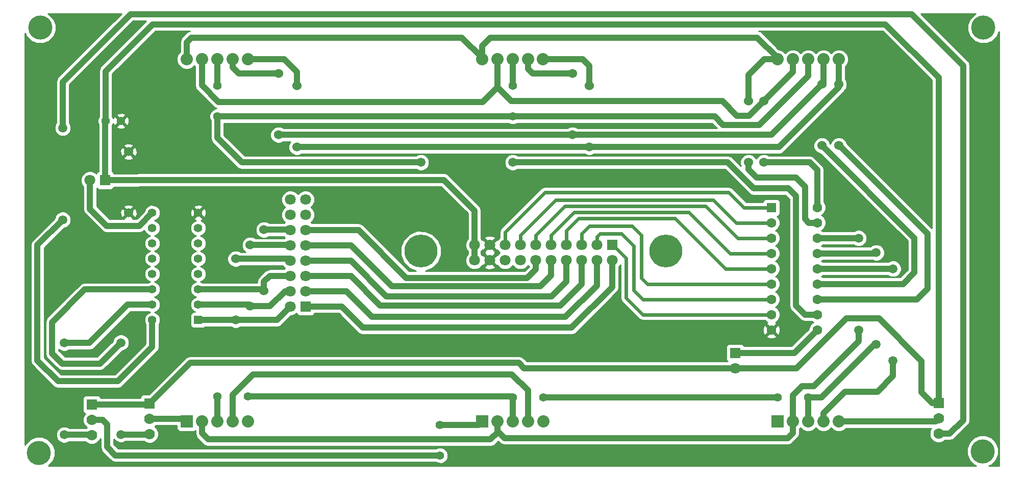
<source format=gbl>
G04 (created by PCBNEW (2013-07-07 BZR 4022)-stable) date 09-Jan-14 2:58:25 PM*
%MOIN*%
G04 Gerber Fmt 3.4, Leading zero omitted, Abs format*
%FSLAX34Y34*%
G01*
G70*
G90*
G04 APERTURE LIST*
%ADD10C,0.00590551*%
%ADD11R,0.08X0.08*%
%ADD12C,0.08*%
%ADD13R,0.0708661X0.0708661*%
%ADD14C,0.0708661*%
%ADD15C,0.055*%
%ADD16C,0.0590551*%
%ADD17C,0.06*%
%ADD18C,0.215*%
%ADD19R,0.0629921X0.0629921*%
%ADD20C,0.0629921*%
%ADD21R,0.055X0.055*%
%ADD22C,0.07*%
%ADD23R,0.07X0.07*%
%ADD24C,0.15748*%
%ADD25C,0.0393701*%
%ADD26C,0.023622*%
%ADD27C,0.01*%
G04 APERTURE END LIST*
G54D10*
G54D11*
X65893Y-66030D03*
G54D12*
X66893Y-66030D03*
X67893Y-66030D03*
X68893Y-66030D03*
X68893Y-42369D03*
X67893Y-42369D03*
X66893Y-42369D03*
X65893Y-42369D03*
X69893Y-66030D03*
X69885Y-42369D03*
G54D13*
X73664Y-58521D03*
G54D14*
X72664Y-58521D03*
X73664Y-57521D03*
X72664Y-57521D03*
X73664Y-56521D03*
X72664Y-56521D03*
X73664Y-55521D03*
X72664Y-55521D03*
X73664Y-54521D03*
X72664Y-54521D03*
X73664Y-53521D03*
X72664Y-53521D03*
X73664Y-52521D03*
X72664Y-52521D03*
X73664Y-51521D03*
X72664Y-51521D03*
G54D15*
X60600Y-46400D03*
X61600Y-46400D03*
G54D11*
X104496Y-66030D03*
G54D12*
X105496Y-66030D03*
X106496Y-66030D03*
X107496Y-66030D03*
X107496Y-42369D03*
X106496Y-42369D03*
X105496Y-42369D03*
X104496Y-42369D03*
X108496Y-66030D03*
X108488Y-42369D03*
G54D11*
X85185Y-66030D03*
G54D12*
X86185Y-66030D03*
X87185Y-66030D03*
X88185Y-66030D03*
X88185Y-42369D03*
X87185Y-42369D03*
X86185Y-42369D03*
X85185Y-42369D03*
X89185Y-66030D03*
X89177Y-42369D03*
G54D16*
X110950Y-55000D03*
X110950Y-61000D03*
X109800Y-54050D03*
X109800Y-60050D03*
X112050Y-56050D03*
X112050Y-62050D03*
X61600Y-66875D03*
X61600Y-60875D03*
X57900Y-66900D03*
X57900Y-60900D03*
X57800Y-46850D03*
X57800Y-52850D03*
X87200Y-49100D03*
X81200Y-49100D03*
G54D17*
X62100Y-52400D03*
X62100Y-48400D03*
X69100Y-59400D03*
X69100Y-55400D03*
X70050Y-58500D03*
X70050Y-54500D03*
X70950Y-57500D03*
X70950Y-53500D03*
G54D15*
X69900Y-64400D03*
X67900Y-64400D03*
G54D13*
X101746Y-61550D03*
G54D14*
X101746Y-62550D03*
G54D13*
X60575Y-50271D03*
G54D14*
X59575Y-50271D03*
G54D13*
X93700Y-54500D03*
G54D14*
X93700Y-55500D03*
X92700Y-54500D03*
X92700Y-55500D03*
X91700Y-54500D03*
X91700Y-55500D03*
X90700Y-54500D03*
X90700Y-55500D03*
X89700Y-54500D03*
X89700Y-55500D03*
X88700Y-54500D03*
X88700Y-55500D03*
X87700Y-54500D03*
X87700Y-55500D03*
X86700Y-54500D03*
X86700Y-55500D03*
X85700Y-54500D03*
X85700Y-55500D03*
X84700Y-54500D03*
X84700Y-55500D03*
G54D18*
X97200Y-54900D03*
X81200Y-54900D03*
G54D17*
X107400Y-48000D03*
X107400Y-44000D03*
X103600Y-49100D03*
X103600Y-45100D03*
X102600Y-49100D03*
X102600Y-45100D03*
X108500Y-48000D03*
X108500Y-44000D03*
X91100Y-47300D03*
X91100Y-43300D03*
X71900Y-47300D03*
X71900Y-43300D03*
G54D15*
X87200Y-46100D03*
X87200Y-44100D03*
X67900Y-46100D03*
X67900Y-44100D03*
G54D17*
X92200Y-48100D03*
X92200Y-44100D03*
X73100Y-48100D03*
X73100Y-44100D03*
G54D19*
X104100Y-52050D03*
G54D20*
X104100Y-53050D03*
X104100Y-54050D03*
X104100Y-55050D03*
X104100Y-56050D03*
X104100Y-57050D03*
X104100Y-58050D03*
X104100Y-59050D03*
X104100Y-60050D03*
X107100Y-60050D03*
X107100Y-59050D03*
X107100Y-58050D03*
X107100Y-57050D03*
X107100Y-56050D03*
X107100Y-55050D03*
X107100Y-54050D03*
X107100Y-53050D03*
X107100Y-52050D03*
G54D21*
X66650Y-59400D03*
G54D15*
X66650Y-58400D03*
X66650Y-57400D03*
X66650Y-56400D03*
X66650Y-55400D03*
X66650Y-54400D03*
X66650Y-53400D03*
X66650Y-52400D03*
X63650Y-52400D03*
X63650Y-53400D03*
X63650Y-54400D03*
X63650Y-55400D03*
X63650Y-56400D03*
X63650Y-57400D03*
X63650Y-58400D03*
X63650Y-59400D03*
G54D22*
X115025Y-66825D03*
X115025Y-65825D03*
G54D23*
X115025Y-64825D03*
G54D22*
X59700Y-66925D03*
X59700Y-65925D03*
G54D23*
X59700Y-64925D03*
G54D22*
X63475Y-66850D03*
X63475Y-65850D03*
G54D23*
X63475Y-64850D03*
G54D15*
X82450Y-68250D03*
X82450Y-66250D03*
X89200Y-64450D03*
X87200Y-64450D03*
X106500Y-64450D03*
X104500Y-64450D03*
G54D24*
X117950Y-40300D03*
X117900Y-67975D03*
X56250Y-68075D03*
X56325Y-40300D03*
G54D25*
X66650Y-59400D02*
X69100Y-59400D01*
X69100Y-59400D02*
X71785Y-59400D01*
X71785Y-59400D02*
X72664Y-58521D01*
X69100Y-55400D02*
X72542Y-55400D01*
X72542Y-55400D02*
X72664Y-55521D01*
X69950Y-58400D02*
X70050Y-58500D01*
X70050Y-58500D02*
X71350Y-58500D01*
X72328Y-57521D02*
X72664Y-57521D01*
X71350Y-58500D02*
X72328Y-57521D01*
X66650Y-58400D02*
X69950Y-58400D01*
X70050Y-54500D02*
X72642Y-54500D01*
X72642Y-54500D02*
X72664Y-54521D01*
X66650Y-57400D02*
X70850Y-57400D01*
X70850Y-57400D02*
X70950Y-57500D01*
X70950Y-57500D02*
X70950Y-56900D01*
X71328Y-56521D02*
X72664Y-56521D01*
X70950Y-56900D02*
X71328Y-56521D01*
X70950Y-53500D02*
X72642Y-53500D01*
X72642Y-53500D02*
X72664Y-53521D01*
X108496Y-66030D02*
X114819Y-66030D01*
X114819Y-66030D02*
X115025Y-65825D01*
X59700Y-65925D02*
X60400Y-65925D01*
X61250Y-68250D02*
X82450Y-68250D01*
X60700Y-67700D02*
X61250Y-68250D01*
X60700Y-66225D02*
X60700Y-67700D01*
X60400Y-65925D02*
X60700Y-66225D01*
X82450Y-66250D02*
X84965Y-66250D01*
X84965Y-66250D02*
X85185Y-66030D01*
X63475Y-65850D02*
X65712Y-65850D01*
X65712Y-65850D02*
X65893Y-66030D01*
G54D26*
X86700Y-54500D02*
X86700Y-53650D01*
X102300Y-52050D02*
X104200Y-52050D01*
X101300Y-51050D02*
X102300Y-52050D01*
X89300Y-51050D02*
X101300Y-51050D01*
X86700Y-53650D02*
X89300Y-51050D01*
X87700Y-54500D02*
X87700Y-53850D01*
X101800Y-53050D02*
X104200Y-53050D01*
X100300Y-51550D02*
X101800Y-53050D01*
X90000Y-51550D02*
X100300Y-51550D01*
X87700Y-53850D02*
X90000Y-51550D01*
X88700Y-54500D02*
X88700Y-53850D01*
X101900Y-54050D02*
X104200Y-54050D01*
X99800Y-51950D02*
X101900Y-54050D01*
X90600Y-51950D02*
X99800Y-51950D01*
X88700Y-53850D02*
X90600Y-51950D01*
X89700Y-54500D02*
X89700Y-53850D01*
X101400Y-55050D02*
X104200Y-55050D01*
X98700Y-52350D02*
X101400Y-55050D01*
X91200Y-52350D02*
X98700Y-52350D01*
X89700Y-53850D02*
X91200Y-52350D01*
X90700Y-54500D02*
X90700Y-53550D01*
X101100Y-56050D02*
X104200Y-56050D01*
X97800Y-52750D02*
X101100Y-56050D01*
X91500Y-52750D02*
X97800Y-52750D01*
X90700Y-53550D02*
X91500Y-52750D01*
X91700Y-54500D02*
X91700Y-53750D01*
X96000Y-57050D02*
X104200Y-57050D01*
X95600Y-56650D02*
X96000Y-57050D01*
X95600Y-53850D02*
X95600Y-56650D01*
X91700Y-53750D02*
X92200Y-53250D01*
X95000Y-53250D02*
X95600Y-53850D01*
X92200Y-53250D02*
X95000Y-53250D01*
X92700Y-54500D02*
X92700Y-53950D01*
X95700Y-58050D02*
X104200Y-58050D01*
X95100Y-57450D02*
X95700Y-58050D01*
X95100Y-54550D02*
X95100Y-57450D01*
X94300Y-53750D02*
X95100Y-54550D01*
X92900Y-53750D02*
X94300Y-53750D01*
X92700Y-53950D02*
X92900Y-53750D01*
X93700Y-54500D02*
X93750Y-54500D01*
X95700Y-59050D02*
X104200Y-59050D01*
X94600Y-57950D02*
X95700Y-59050D01*
X93750Y-54500D02*
X94600Y-55350D01*
X94600Y-55350D02*
X94600Y-57950D01*
G54D25*
X86180Y-44220D02*
X86220Y-44220D01*
X102650Y-46050D02*
X103600Y-45100D01*
X101850Y-46050D02*
X102650Y-46050D01*
X100900Y-45100D02*
X101850Y-46050D01*
X87100Y-45100D02*
X100900Y-45100D01*
X86220Y-44220D02*
X87100Y-45100D01*
X105496Y-42369D02*
X105496Y-43203D01*
X105496Y-43203D02*
X103600Y-45100D01*
X83140Y-45160D02*
X67980Y-45160D01*
X86180Y-44220D02*
X86166Y-44234D01*
X86166Y-44234D02*
X85240Y-45160D01*
X85240Y-45160D02*
X83140Y-45160D01*
X86185Y-44220D02*
X86180Y-44220D01*
X66893Y-44073D02*
X66893Y-42369D01*
X67980Y-45160D02*
X66893Y-44073D01*
X86185Y-44220D02*
X86185Y-42369D01*
X102600Y-45100D02*
X102600Y-43400D01*
X103630Y-42369D02*
X104496Y-42369D01*
X102600Y-43400D02*
X103630Y-42369D01*
X85200Y-42269D02*
X85200Y-41500D01*
X103180Y-40950D02*
X104500Y-42269D01*
X85750Y-40950D02*
X103180Y-40950D01*
X85200Y-41500D02*
X85750Y-40950D01*
X65900Y-42269D02*
X65900Y-41400D01*
X65900Y-41400D02*
X65900Y-41250D01*
X83880Y-40950D02*
X85200Y-42269D01*
X66200Y-40950D02*
X83880Y-40950D01*
X65900Y-41250D02*
X66200Y-40950D01*
X105496Y-66030D02*
X105496Y-64328D01*
X109800Y-60800D02*
X109800Y-60050D01*
X106875Y-63725D02*
X109800Y-60800D01*
X106100Y-63725D02*
X106875Y-63725D01*
X105496Y-64328D02*
X106100Y-63725D01*
X86200Y-66750D02*
X86290Y-66750D01*
X105496Y-66783D02*
X105496Y-66030D01*
X105160Y-67120D02*
X105496Y-66783D01*
X86660Y-67120D02*
X105160Y-67120D01*
X86290Y-66750D02*
X86660Y-67120D01*
X66900Y-65930D02*
X66900Y-66800D01*
X86200Y-66750D02*
X86200Y-65930D01*
X85750Y-67200D02*
X86200Y-66750D01*
X67300Y-67200D02*
X85750Y-67200D01*
X66900Y-66800D02*
X67300Y-67200D01*
X106496Y-66030D02*
X106496Y-64453D01*
X106496Y-64453D02*
X106500Y-64450D01*
X106500Y-64450D02*
X107375Y-64450D01*
X110825Y-61000D02*
X110950Y-61000D01*
X107375Y-64450D02*
X110825Y-61000D01*
X89200Y-64450D02*
X104500Y-64450D01*
X87200Y-64450D02*
X87200Y-66015D01*
X87200Y-66015D02*
X87185Y-66030D01*
X69900Y-64400D02*
X87150Y-64400D01*
X87150Y-64400D02*
X87200Y-64450D01*
X67893Y-66030D02*
X67893Y-64406D01*
X67893Y-64406D02*
X67900Y-64400D01*
X107496Y-66030D02*
X107496Y-65478D01*
X107496Y-65478D02*
X108900Y-64075D01*
X108900Y-64075D02*
X111025Y-64075D01*
X111025Y-64075D02*
X112050Y-63050D01*
X112050Y-63050D02*
X112050Y-62050D01*
X88185Y-64024D02*
X88185Y-64005D01*
X88185Y-64024D02*
X88185Y-66030D01*
X68893Y-64296D02*
X68893Y-64350D01*
X68893Y-64350D02*
X68893Y-66030D01*
X70220Y-62970D02*
X68893Y-64296D01*
X87150Y-62970D02*
X70220Y-62970D01*
X88185Y-64005D02*
X87150Y-62970D01*
X91100Y-47300D02*
X104100Y-47300D01*
X104100Y-47300D02*
X107400Y-44000D01*
X71900Y-47300D02*
X91100Y-47300D01*
X107496Y-42369D02*
X107496Y-43943D01*
X107496Y-43943D02*
X107430Y-44010D01*
X88185Y-42369D02*
X88185Y-42985D01*
X88500Y-43300D02*
X91100Y-43300D01*
X88185Y-42985D02*
X88500Y-43300D01*
X68893Y-42369D02*
X68893Y-42893D01*
X69300Y-43300D02*
X71900Y-43300D01*
X68893Y-42893D02*
X69300Y-43300D01*
X92200Y-48100D02*
X73100Y-48100D01*
X108500Y-44000D02*
X108500Y-44200D01*
X104600Y-48100D02*
X92200Y-48100D01*
X108500Y-44200D02*
X104600Y-48100D01*
X108488Y-42369D02*
X108488Y-43976D01*
X108488Y-43976D02*
X108526Y-44014D01*
X89177Y-42369D02*
X91769Y-42369D01*
X92200Y-42800D02*
X92200Y-44100D01*
X91769Y-42369D02*
X92200Y-42800D01*
X69885Y-42369D02*
X72269Y-42369D01*
X73100Y-43200D02*
X73100Y-44100D01*
X72269Y-42369D02*
X73100Y-43200D01*
X87200Y-46100D02*
X100400Y-46100D01*
X106496Y-43453D02*
X106496Y-42369D01*
X103300Y-46650D02*
X106496Y-43453D01*
X100950Y-46650D02*
X103300Y-46650D01*
X100400Y-46100D02*
X100950Y-46650D01*
X67900Y-46100D02*
X67900Y-47500D01*
X69500Y-49100D02*
X81200Y-49100D01*
X67900Y-47500D02*
X69500Y-49100D01*
X67900Y-46100D02*
X87200Y-46100D01*
X87200Y-44100D02*
X87200Y-43700D01*
X87200Y-43900D02*
X87200Y-43700D01*
X87200Y-43700D02*
X87200Y-42384D01*
X87200Y-42384D02*
X87185Y-42369D01*
X67900Y-44100D02*
X67900Y-43400D01*
X67900Y-43400D02*
X67893Y-43400D01*
X67893Y-42369D02*
X67893Y-43400D01*
X67893Y-43400D02*
X67893Y-43693D01*
X67893Y-43693D02*
X67900Y-43700D01*
X101746Y-62550D02*
X87950Y-62550D01*
X63400Y-64925D02*
X59700Y-64925D01*
X66125Y-62200D02*
X63400Y-64925D01*
X87600Y-62200D02*
X66125Y-62200D01*
X87950Y-62550D02*
X87600Y-62200D01*
X101746Y-62550D02*
X105750Y-62550D01*
X114600Y-64825D02*
X115025Y-64825D01*
X113900Y-64125D02*
X114600Y-64825D01*
X113900Y-62075D02*
X113900Y-64125D01*
X111125Y-59300D02*
X113900Y-62075D01*
X109000Y-59300D02*
X111125Y-59300D01*
X105750Y-62550D02*
X109000Y-59300D01*
X60600Y-46400D02*
X60600Y-43150D01*
X115025Y-43550D02*
X115025Y-64825D01*
X111550Y-40075D02*
X115025Y-43550D01*
X63675Y-40075D02*
X111550Y-40075D01*
X60600Y-43150D02*
X63675Y-40075D01*
X60575Y-50271D02*
X60575Y-46425D01*
X60575Y-46425D02*
X60600Y-46400D01*
X60575Y-50271D02*
X62725Y-50271D01*
X82696Y-50246D02*
X84700Y-52250D01*
X84700Y-52250D02*
X84700Y-54500D01*
X62750Y-50246D02*
X82696Y-50246D01*
X62725Y-50271D02*
X62750Y-50246D01*
X84700Y-54500D02*
X84700Y-55500D01*
X57900Y-60900D02*
X59550Y-60900D01*
X62050Y-58400D02*
X63650Y-58400D01*
X59550Y-60900D02*
X62050Y-58400D01*
X73664Y-53521D02*
X77121Y-53521D01*
X88700Y-56100D02*
X88700Y-55500D01*
X88150Y-56650D02*
X88700Y-56100D01*
X80250Y-56650D02*
X88150Y-56650D01*
X77121Y-53521D02*
X80250Y-56650D01*
X73664Y-54521D02*
X76621Y-54521D01*
X89700Y-56500D02*
X89700Y-55500D01*
X89000Y-57200D02*
X89700Y-56500D01*
X79300Y-57200D02*
X89000Y-57200D01*
X76621Y-54521D02*
X79300Y-57200D01*
X73664Y-55521D02*
X76621Y-55521D01*
X90700Y-56900D02*
X90700Y-55500D01*
X89750Y-57850D02*
X90700Y-56900D01*
X78950Y-57850D02*
X89750Y-57850D01*
X76621Y-55521D02*
X78950Y-57850D01*
X73664Y-56521D02*
X76621Y-56521D01*
X91700Y-57050D02*
X91700Y-55500D01*
X90300Y-58450D02*
X91700Y-57050D01*
X78550Y-58450D02*
X90300Y-58450D01*
X76621Y-56521D02*
X78550Y-58450D01*
X73664Y-57521D02*
X76321Y-57521D01*
X92700Y-57150D02*
X92700Y-55500D01*
X90650Y-59200D02*
X92700Y-57150D01*
X78000Y-59200D02*
X90650Y-59200D01*
X76321Y-57521D02*
X78000Y-59200D01*
X73664Y-58521D02*
X76021Y-58521D01*
X93700Y-57250D02*
X93700Y-55500D01*
X91050Y-59900D02*
X93700Y-57250D01*
X77400Y-59900D02*
X91050Y-59900D01*
X76021Y-58521D02*
X77400Y-59900D01*
X63650Y-57400D02*
X59250Y-57400D01*
X60225Y-62250D02*
X61600Y-60875D01*
X57775Y-62250D02*
X60225Y-62250D01*
X57100Y-61575D02*
X57775Y-62250D01*
X57100Y-59550D02*
X57100Y-61575D01*
X59250Y-57400D02*
X57100Y-59550D01*
X63650Y-59400D02*
X63650Y-61150D01*
X56150Y-54500D02*
X57800Y-52850D01*
X56150Y-62050D02*
X56150Y-54500D01*
X57500Y-63400D02*
X56150Y-62050D01*
X61400Y-63400D02*
X57500Y-63400D01*
X63650Y-61150D02*
X61400Y-63400D01*
X57900Y-66900D02*
X59675Y-66900D01*
X59675Y-66900D02*
X59700Y-66925D01*
X57800Y-46850D02*
X57800Y-43850D01*
X115750Y-66825D02*
X115025Y-66825D01*
X116625Y-65950D02*
X115750Y-66825D01*
X116625Y-42775D02*
X116625Y-65950D01*
X113275Y-39425D02*
X116625Y-42775D01*
X62225Y-39425D02*
X113275Y-39425D01*
X57800Y-43850D02*
X62225Y-39425D01*
X101746Y-61550D02*
X105600Y-61550D01*
X105600Y-61550D02*
X107100Y-60050D01*
X102600Y-49100D02*
X102600Y-49550D01*
X106550Y-53050D02*
X107100Y-53050D01*
X106300Y-52800D02*
X106550Y-53050D01*
X106300Y-50700D02*
X106300Y-52800D01*
X105700Y-50100D02*
X106300Y-50700D01*
X103150Y-50100D02*
X105700Y-50100D01*
X102600Y-49550D02*
X103150Y-50100D01*
X103600Y-49100D02*
X106600Y-49100D01*
X106600Y-49100D02*
X107100Y-49600D01*
X107100Y-49600D02*
X107100Y-52050D01*
X107100Y-54050D02*
X109800Y-54050D01*
X59575Y-50271D02*
X59575Y-52150D01*
X62800Y-53250D02*
X63650Y-52400D01*
X60675Y-53250D02*
X62800Y-53250D01*
X59575Y-52150D02*
X60675Y-53250D01*
X61600Y-66875D02*
X63450Y-66875D01*
X63450Y-66875D02*
X63475Y-66850D01*
X87200Y-49100D02*
X101250Y-49100D01*
X106300Y-59050D02*
X107100Y-59050D01*
X105700Y-58450D02*
X106300Y-59050D01*
X105700Y-51300D02*
X105700Y-58450D01*
X105200Y-50800D02*
X105700Y-51300D01*
X102950Y-50800D02*
X105200Y-50800D01*
X101250Y-49100D02*
X102950Y-50800D01*
X108500Y-48000D02*
X108550Y-48000D01*
X113600Y-58050D02*
X107100Y-58050D01*
X114300Y-57350D02*
X113600Y-58050D01*
X114300Y-53750D02*
X114300Y-57350D01*
X108550Y-48000D02*
X114300Y-53750D01*
X107100Y-57050D02*
X112700Y-57050D01*
X113450Y-54050D02*
X107400Y-48000D01*
X113450Y-56300D02*
X113450Y-54050D01*
X112700Y-57050D02*
X113450Y-56300D01*
X107100Y-56050D02*
X112050Y-56050D01*
X107100Y-55050D02*
X110900Y-55050D01*
X110900Y-55050D02*
X110950Y-55000D01*
G54D10*
G36*
X118966Y-68926D02*
X118314Y-68926D01*
X118486Y-68854D01*
X118778Y-68563D01*
X118937Y-68182D01*
X118937Y-67769D01*
X118779Y-67388D01*
X118488Y-67096D01*
X118107Y-66937D01*
X117694Y-66937D01*
X117313Y-67095D01*
X117021Y-67386D01*
X116862Y-67767D01*
X116862Y-68180D01*
X117020Y-68561D01*
X117311Y-68853D01*
X117471Y-68920D01*
X116556Y-68920D01*
X116505Y-68930D01*
X56861Y-68930D01*
X57128Y-68663D01*
X57287Y-68282D01*
X57287Y-67869D01*
X57129Y-67488D01*
X56838Y-67196D01*
X56457Y-67037D01*
X56044Y-67037D01*
X55663Y-67195D01*
X55371Y-67486D01*
X55344Y-67550D01*
X55344Y-40644D01*
X55445Y-40886D01*
X55736Y-41178D01*
X56117Y-41337D01*
X56530Y-41337D01*
X56911Y-41179D01*
X57203Y-40888D01*
X57362Y-40507D01*
X57362Y-40094D01*
X57204Y-39713D01*
X56913Y-39421D01*
X56849Y-39394D01*
X61623Y-39394D01*
X57484Y-43534D01*
X57387Y-43678D01*
X57353Y-43850D01*
X57353Y-46525D01*
X57338Y-46540D01*
X57254Y-46741D01*
X57254Y-46957D01*
X57337Y-47158D01*
X57490Y-47311D01*
X57691Y-47395D01*
X57907Y-47395D01*
X58108Y-47312D01*
X58261Y-47159D01*
X58345Y-46958D01*
X58345Y-46742D01*
X58262Y-46541D01*
X58246Y-46525D01*
X58246Y-44035D01*
X62410Y-39871D01*
X63246Y-39871D01*
X60284Y-42834D01*
X60187Y-42978D01*
X60153Y-43150D01*
X60153Y-46107D01*
X60075Y-46295D01*
X60074Y-46503D01*
X60128Y-46632D01*
X60128Y-49684D01*
X60079Y-49704D01*
X60008Y-49774D01*
X59986Y-49828D01*
X59917Y-49758D01*
X59695Y-49666D01*
X59455Y-49666D01*
X59233Y-49758D01*
X59062Y-49928D01*
X58970Y-50150D01*
X58970Y-50390D01*
X59062Y-50612D01*
X59128Y-50678D01*
X59128Y-52150D01*
X59162Y-52321D01*
X59259Y-52465D01*
X60359Y-53565D01*
X60359Y-53565D01*
X60503Y-53662D01*
X60675Y-53696D01*
X62800Y-53696D01*
X62971Y-53662D01*
X62971Y-53662D01*
X63115Y-53565D01*
X63140Y-53541D01*
X63204Y-53697D01*
X63352Y-53844D01*
X63485Y-53900D01*
X63353Y-53954D01*
X63205Y-54102D01*
X63125Y-54295D01*
X63124Y-54503D01*
X63204Y-54697D01*
X63352Y-54844D01*
X63485Y-54900D01*
X63353Y-54954D01*
X63205Y-55102D01*
X63125Y-55295D01*
X63124Y-55503D01*
X63204Y-55697D01*
X63352Y-55844D01*
X63485Y-55900D01*
X63353Y-55954D01*
X63205Y-56102D01*
X63125Y-56295D01*
X63124Y-56503D01*
X63204Y-56697D01*
X63352Y-56844D01*
X63485Y-56900D01*
X63356Y-56953D01*
X59250Y-56953D01*
X59078Y-56987D01*
X58934Y-57084D01*
X56784Y-59234D01*
X56687Y-59378D01*
X56653Y-59550D01*
X56653Y-61575D01*
X56687Y-61746D01*
X56784Y-61890D01*
X57459Y-62565D01*
X57603Y-62662D01*
X57603Y-62662D01*
X57775Y-62696D01*
X60225Y-62696D01*
X60396Y-62662D01*
X60396Y-62662D01*
X60540Y-62565D01*
X61686Y-61420D01*
X61707Y-61420D01*
X61908Y-61337D01*
X62061Y-61184D01*
X62145Y-60983D01*
X62145Y-60767D01*
X62062Y-60566D01*
X61909Y-60413D01*
X61708Y-60329D01*
X61492Y-60329D01*
X61291Y-60412D01*
X61138Y-60565D01*
X61054Y-60766D01*
X61054Y-60788D01*
X60039Y-61803D01*
X57960Y-61803D01*
X57546Y-61389D01*
X57546Y-61318D01*
X57590Y-61361D01*
X57791Y-61445D01*
X58007Y-61445D01*
X58208Y-61362D01*
X58224Y-61346D01*
X59550Y-61346D01*
X59721Y-61312D01*
X59721Y-61312D01*
X59865Y-61215D01*
X62235Y-58846D01*
X63357Y-58846D01*
X63485Y-58900D01*
X63353Y-58954D01*
X63205Y-59102D01*
X63125Y-59295D01*
X63124Y-59503D01*
X63203Y-59693D01*
X63203Y-60964D01*
X61214Y-62953D01*
X57685Y-62953D01*
X56596Y-61864D01*
X56596Y-54685D01*
X57886Y-53395D01*
X57907Y-53395D01*
X58108Y-53312D01*
X58261Y-53159D01*
X58345Y-52958D01*
X58345Y-52742D01*
X58262Y-52541D01*
X58109Y-52388D01*
X57908Y-52304D01*
X57692Y-52304D01*
X57491Y-52387D01*
X57338Y-52540D01*
X57254Y-52741D01*
X57254Y-52763D01*
X55834Y-54184D01*
X55737Y-54328D01*
X55703Y-54500D01*
X55703Y-62050D01*
X55737Y-62221D01*
X55834Y-62365D01*
X57184Y-63715D01*
X57328Y-63812D01*
X57500Y-63846D01*
X61400Y-63846D01*
X61571Y-63812D01*
X61571Y-63812D01*
X61715Y-63715D01*
X63965Y-61465D01*
X63965Y-61465D01*
X64062Y-61321D01*
X64096Y-61150D01*
X64096Y-61150D01*
X64096Y-59692D01*
X64174Y-59504D01*
X64175Y-59296D01*
X64095Y-59103D01*
X63947Y-58955D01*
X63814Y-58899D01*
X63947Y-58845D01*
X64094Y-58697D01*
X64174Y-58504D01*
X64175Y-58296D01*
X64095Y-58103D01*
X63947Y-57955D01*
X63814Y-57899D01*
X63947Y-57845D01*
X64094Y-57697D01*
X64174Y-57504D01*
X64175Y-57296D01*
X64095Y-57103D01*
X63947Y-56955D01*
X63814Y-56899D01*
X63947Y-56845D01*
X64094Y-56697D01*
X64174Y-56504D01*
X64175Y-56296D01*
X64095Y-56103D01*
X63947Y-55955D01*
X63814Y-55899D01*
X63947Y-55845D01*
X64094Y-55697D01*
X64174Y-55504D01*
X64175Y-55296D01*
X64095Y-55103D01*
X63947Y-54955D01*
X63814Y-54899D01*
X63947Y-54845D01*
X64094Y-54697D01*
X64174Y-54504D01*
X64175Y-54296D01*
X64095Y-54103D01*
X63947Y-53955D01*
X63814Y-53899D01*
X63947Y-53845D01*
X64094Y-53697D01*
X64174Y-53504D01*
X64175Y-53296D01*
X64095Y-53103D01*
X63947Y-52955D01*
X63814Y-52899D01*
X63947Y-52845D01*
X64094Y-52697D01*
X64174Y-52504D01*
X64175Y-52296D01*
X64095Y-52103D01*
X63947Y-51955D01*
X63754Y-51875D01*
X63546Y-51874D01*
X63353Y-51954D01*
X63205Y-52102D01*
X63126Y-52291D01*
X62654Y-52763D01*
X62654Y-52481D01*
X62643Y-52263D01*
X62581Y-52112D01*
X62485Y-52084D01*
X62415Y-52155D01*
X62415Y-52014D01*
X62387Y-51918D01*
X62181Y-51845D01*
X61963Y-51856D01*
X61812Y-51918D01*
X61784Y-52014D01*
X62100Y-52329D01*
X62415Y-52014D01*
X62415Y-52155D01*
X62170Y-52400D01*
X62485Y-52715D01*
X62581Y-52687D01*
X62654Y-52481D01*
X62654Y-52763D01*
X62614Y-52803D01*
X62410Y-52803D01*
X62415Y-52785D01*
X62100Y-52470D01*
X62029Y-52541D01*
X62029Y-52400D01*
X61714Y-52084D01*
X61618Y-52112D01*
X61545Y-52318D01*
X61556Y-52536D01*
X61618Y-52687D01*
X61714Y-52715D01*
X62029Y-52400D01*
X62029Y-52541D01*
X61784Y-52785D01*
X61789Y-52803D01*
X60860Y-52803D01*
X60021Y-51964D01*
X60021Y-50780D01*
X60078Y-50837D01*
X60170Y-50875D01*
X60270Y-50875D01*
X60978Y-50875D01*
X61070Y-50837D01*
X61141Y-50767D01*
X61161Y-50717D01*
X62725Y-50717D01*
X62850Y-50692D01*
X62850Y-50692D01*
X82510Y-50692D01*
X84253Y-52435D01*
X84253Y-54092D01*
X84187Y-54157D01*
X84095Y-54379D01*
X84095Y-54619D01*
X84187Y-54841D01*
X84253Y-54907D01*
X84253Y-55092D01*
X84187Y-55157D01*
X84095Y-55379D01*
X84095Y-55619D01*
X84187Y-55841D01*
X84357Y-56012D01*
X84579Y-56104D01*
X84819Y-56104D01*
X85041Y-56012D01*
X85212Y-55842D01*
X85215Y-55834D01*
X85274Y-55854D01*
X85629Y-55500D01*
X85274Y-55145D01*
X85215Y-55165D01*
X85212Y-55158D01*
X85146Y-55092D01*
X85146Y-54907D01*
X85212Y-54842D01*
X85215Y-54834D01*
X85274Y-54854D01*
X85629Y-54500D01*
X85274Y-54145D01*
X85215Y-54165D01*
X85212Y-54158D01*
X85146Y-54092D01*
X85146Y-52250D01*
X85112Y-52078D01*
X85015Y-51934D01*
X83011Y-49930D01*
X82867Y-49833D01*
X82696Y-49799D01*
X62750Y-49799D01*
X62654Y-49818D01*
X62654Y-48481D01*
X62643Y-48263D01*
X62581Y-48112D01*
X62485Y-48084D01*
X62415Y-48155D01*
X62415Y-48014D01*
X62387Y-47918D01*
X62181Y-47845D01*
X62129Y-47847D01*
X62129Y-46475D01*
X62118Y-46267D01*
X62060Y-46127D01*
X61967Y-46102D01*
X61897Y-46173D01*
X61897Y-46032D01*
X61872Y-45939D01*
X61675Y-45870D01*
X61467Y-45881D01*
X61327Y-45939D01*
X61302Y-46032D01*
X61600Y-46329D01*
X61897Y-46032D01*
X61897Y-46173D01*
X61670Y-46400D01*
X61967Y-46697D01*
X62060Y-46672D01*
X62129Y-46475D01*
X62129Y-47847D01*
X61963Y-47856D01*
X61897Y-47883D01*
X61897Y-46767D01*
X61600Y-46470D01*
X61302Y-46767D01*
X61327Y-46860D01*
X61524Y-46929D01*
X61732Y-46918D01*
X61872Y-46860D01*
X61897Y-46767D01*
X61897Y-47883D01*
X61812Y-47918D01*
X61784Y-48014D01*
X62100Y-48329D01*
X62415Y-48014D01*
X62415Y-48155D01*
X62170Y-48400D01*
X62485Y-48715D01*
X62581Y-48687D01*
X62654Y-48481D01*
X62654Y-49818D01*
X62624Y-49824D01*
X62415Y-49824D01*
X62415Y-48785D01*
X62100Y-48470D01*
X62029Y-48541D01*
X62029Y-48400D01*
X61714Y-48084D01*
X61618Y-48112D01*
X61545Y-48318D01*
X61556Y-48536D01*
X61618Y-48687D01*
X61714Y-48715D01*
X62029Y-48400D01*
X62029Y-48541D01*
X61784Y-48785D01*
X61812Y-48881D01*
X62018Y-48954D01*
X62236Y-48943D01*
X62387Y-48881D01*
X62415Y-48785D01*
X62415Y-49824D01*
X61161Y-49824D01*
X61141Y-49775D01*
X61071Y-49704D01*
X61021Y-49684D01*
X61021Y-46720D01*
X61044Y-46697D01*
X61097Y-46571D01*
X61139Y-46672D01*
X61232Y-46697D01*
X61529Y-46400D01*
X61232Y-46102D01*
X61139Y-46127D01*
X61100Y-46237D01*
X61046Y-46106D01*
X61046Y-43335D01*
X63860Y-40521D01*
X66105Y-40521D01*
X66028Y-40537D01*
X65884Y-40634D01*
X65584Y-40934D01*
X65487Y-41078D01*
X65453Y-41250D01*
X65453Y-41400D01*
X65453Y-41890D01*
X65342Y-42000D01*
X65243Y-42239D01*
X65243Y-42498D01*
X65342Y-42737D01*
X65525Y-42920D01*
X65763Y-43019D01*
X66022Y-43019D01*
X66261Y-42920D01*
X66393Y-42788D01*
X66446Y-42841D01*
X66446Y-44073D01*
X66480Y-44244D01*
X66577Y-44389D01*
X67664Y-45475D01*
X67808Y-45572D01*
X67808Y-45572D01*
X67819Y-45574D01*
X67796Y-45574D01*
X67603Y-45654D01*
X67455Y-45802D01*
X67375Y-45995D01*
X67374Y-46203D01*
X67453Y-46393D01*
X67453Y-47500D01*
X67487Y-47671D01*
X67584Y-47815D01*
X69184Y-49415D01*
X69184Y-49415D01*
X69328Y-49512D01*
X69499Y-49546D01*
X69500Y-49546D01*
X80875Y-49546D01*
X80890Y-49561D01*
X81091Y-49645D01*
X81307Y-49645D01*
X81508Y-49562D01*
X81661Y-49409D01*
X81745Y-49208D01*
X81745Y-48992D01*
X81662Y-48791D01*
X81509Y-48638D01*
X81308Y-48554D01*
X81092Y-48554D01*
X80891Y-48637D01*
X80875Y-48653D01*
X69685Y-48653D01*
X68346Y-47314D01*
X68346Y-46546D01*
X86907Y-46546D01*
X87095Y-46624D01*
X87303Y-46625D01*
X87493Y-46546D01*
X100214Y-46546D01*
X100521Y-46853D01*
X91431Y-46853D01*
X91411Y-46834D01*
X91209Y-46750D01*
X90991Y-46749D01*
X90788Y-46833D01*
X90769Y-46853D01*
X72231Y-46853D01*
X72211Y-46834D01*
X72009Y-46750D01*
X71791Y-46749D01*
X71588Y-46833D01*
X71434Y-46988D01*
X71350Y-47190D01*
X71349Y-47408D01*
X71433Y-47611D01*
X71588Y-47765D01*
X71790Y-47849D01*
X72008Y-47850D01*
X72211Y-47766D01*
X72230Y-47746D01*
X72675Y-47746D01*
X72634Y-47788D01*
X72550Y-47990D01*
X72549Y-48208D01*
X72633Y-48411D01*
X72788Y-48565D01*
X72990Y-48649D01*
X73208Y-48650D01*
X73411Y-48566D01*
X73430Y-48546D01*
X91868Y-48546D01*
X91888Y-48565D01*
X92090Y-48649D01*
X92308Y-48650D01*
X92511Y-48566D01*
X92530Y-48546D01*
X104600Y-48546D01*
X104771Y-48512D01*
X104771Y-48512D01*
X104915Y-48415D01*
X108815Y-44515D01*
X108815Y-44515D01*
X108912Y-44371D01*
X108914Y-44363D01*
X108965Y-44311D01*
X109049Y-44109D01*
X109050Y-43891D01*
X108966Y-43688D01*
X108935Y-43657D01*
X108935Y-42841D01*
X109038Y-42737D01*
X109138Y-42499D01*
X109138Y-42240D01*
X109039Y-42001D01*
X108856Y-41818D01*
X108618Y-41719D01*
X108359Y-41719D01*
X108120Y-41817D01*
X107992Y-41946D01*
X107864Y-41818D01*
X107625Y-41719D01*
X107367Y-41719D01*
X107128Y-41817D01*
X106995Y-41950D01*
X106864Y-41818D01*
X106625Y-41719D01*
X106367Y-41719D01*
X106128Y-41817D01*
X105995Y-41950D01*
X105864Y-41818D01*
X105625Y-41719D01*
X105367Y-41719D01*
X105128Y-41817D01*
X104995Y-41950D01*
X104864Y-41818D01*
X104625Y-41719D01*
X104582Y-41719D01*
X103496Y-40634D01*
X103351Y-40537D01*
X103274Y-40521D01*
X111364Y-40521D01*
X114578Y-43735D01*
X114578Y-53396D01*
X109033Y-47852D01*
X108966Y-47688D01*
X108811Y-47534D01*
X108609Y-47450D01*
X108391Y-47449D01*
X108188Y-47533D01*
X108034Y-47688D01*
X107950Y-47890D01*
X107950Y-47891D01*
X107866Y-47688D01*
X107711Y-47534D01*
X107509Y-47450D01*
X107291Y-47449D01*
X107088Y-47533D01*
X106934Y-47688D01*
X106850Y-47890D01*
X106849Y-48108D01*
X106933Y-48311D01*
X107088Y-48465D01*
X107290Y-48549D01*
X107317Y-48549D01*
X113003Y-54235D01*
X113003Y-56114D01*
X112514Y-56603D01*
X107452Y-56603D01*
X107420Y-56571D01*
X107369Y-56550D01*
X107419Y-56529D01*
X107452Y-56496D01*
X111725Y-56496D01*
X111740Y-56511D01*
X111941Y-56595D01*
X112157Y-56595D01*
X112358Y-56512D01*
X112511Y-56359D01*
X112595Y-56158D01*
X112595Y-55942D01*
X112512Y-55741D01*
X112359Y-55588D01*
X112158Y-55504D01*
X111942Y-55504D01*
X111741Y-55587D01*
X111725Y-55603D01*
X107452Y-55603D01*
X107420Y-55571D01*
X107369Y-55550D01*
X107419Y-55529D01*
X107452Y-55496D01*
X110724Y-55496D01*
X110841Y-55545D01*
X111057Y-55545D01*
X111258Y-55462D01*
X111411Y-55309D01*
X111495Y-55108D01*
X111495Y-54892D01*
X111412Y-54691D01*
X111259Y-54538D01*
X111058Y-54454D01*
X110842Y-54454D01*
X110641Y-54537D01*
X110575Y-54603D01*
X107452Y-54603D01*
X107420Y-54571D01*
X107369Y-54550D01*
X107419Y-54529D01*
X107452Y-54496D01*
X109475Y-54496D01*
X109490Y-54511D01*
X109691Y-54595D01*
X109907Y-54595D01*
X110108Y-54512D01*
X110261Y-54359D01*
X110345Y-54158D01*
X110345Y-53942D01*
X110262Y-53741D01*
X110109Y-53588D01*
X109908Y-53504D01*
X109692Y-53504D01*
X109491Y-53587D01*
X109475Y-53603D01*
X107452Y-53603D01*
X107420Y-53571D01*
X107369Y-53550D01*
X107419Y-53529D01*
X107578Y-53370D01*
X107664Y-53162D01*
X107665Y-52938D01*
X107579Y-52730D01*
X107420Y-52571D01*
X107369Y-52550D01*
X107419Y-52529D01*
X107578Y-52370D01*
X107664Y-52162D01*
X107665Y-51938D01*
X107579Y-51730D01*
X107546Y-51697D01*
X107546Y-49600D01*
X107512Y-49428D01*
X107512Y-49428D01*
X107415Y-49284D01*
X106915Y-48784D01*
X106771Y-48687D01*
X106600Y-48653D01*
X103931Y-48653D01*
X103911Y-48634D01*
X103709Y-48550D01*
X103491Y-48549D01*
X103288Y-48633D01*
X103134Y-48788D01*
X103100Y-48869D01*
X103066Y-48788D01*
X102911Y-48634D01*
X102709Y-48550D01*
X102491Y-48549D01*
X102288Y-48633D01*
X102134Y-48788D01*
X102050Y-48990D01*
X102049Y-49208D01*
X102091Y-49309D01*
X101565Y-48784D01*
X101421Y-48687D01*
X101250Y-48653D01*
X87524Y-48653D01*
X87509Y-48638D01*
X87308Y-48554D01*
X87092Y-48554D01*
X86891Y-48637D01*
X86738Y-48790D01*
X86654Y-48991D01*
X86654Y-49207D01*
X86737Y-49408D01*
X86890Y-49561D01*
X87091Y-49645D01*
X87307Y-49645D01*
X87508Y-49562D01*
X87524Y-49546D01*
X101064Y-49546D01*
X102634Y-51115D01*
X102778Y-51212D01*
X102778Y-51212D01*
X102950Y-51246D01*
X105014Y-51246D01*
X105253Y-51485D01*
X105253Y-58450D01*
X105287Y-58621D01*
X105384Y-58765D01*
X105984Y-59365D01*
X105984Y-59365D01*
X106128Y-59462D01*
X106300Y-59496D01*
X106747Y-59496D01*
X106779Y-59528D01*
X106830Y-59549D01*
X106780Y-59570D01*
X106621Y-59729D01*
X106535Y-59937D01*
X106535Y-59982D01*
X105414Y-61103D01*
X104669Y-61103D01*
X104669Y-60135D01*
X104665Y-60038D01*
X104665Y-58938D01*
X104579Y-58730D01*
X104420Y-58571D01*
X104369Y-58550D01*
X104419Y-58529D01*
X104578Y-58370D01*
X104664Y-58162D01*
X104665Y-57938D01*
X104579Y-57730D01*
X104420Y-57571D01*
X104369Y-57550D01*
X104419Y-57529D01*
X104578Y-57370D01*
X104664Y-57162D01*
X104665Y-56938D01*
X104579Y-56730D01*
X104420Y-56571D01*
X104369Y-56550D01*
X104419Y-56529D01*
X104578Y-56370D01*
X104664Y-56162D01*
X104665Y-55938D01*
X104579Y-55730D01*
X104420Y-55571D01*
X104369Y-55550D01*
X104419Y-55529D01*
X104578Y-55370D01*
X104664Y-55162D01*
X104665Y-54938D01*
X104579Y-54730D01*
X104420Y-54571D01*
X104369Y-54550D01*
X104419Y-54529D01*
X104578Y-54370D01*
X104664Y-54162D01*
X104665Y-53938D01*
X104579Y-53730D01*
X104420Y-53571D01*
X104369Y-53550D01*
X104419Y-53529D01*
X104578Y-53370D01*
X104664Y-53162D01*
X104665Y-52938D01*
X104579Y-52730D01*
X104464Y-52615D01*
X104464Y-52615D01*
X104556Y-52577D01*
X104626Y-52506D01*
X104664Y-52414D01*
X104665Y-52315D01*
X104665Y-51685D01*
X104627Y-51593D01*
X104556Y-51523D01*
X104464Y-51485D01*
X104365Y-51484D01*
X103735Y-51484D01*
X103643Y-51522D01*
X103573Y-51593D01*
X103536Y-51681D01*
X102452Y-51681D01*
X101560Y-50789D01*
X101440Y-50709D01*
X101300Y-50681D01*
X89300Y-50681D01*
X89159Y-50709D01*
X89039Y-50789D01*
X86439Y-53389D01*
X86359Y-53509D01*
X86331Y-53650D01*
X86331Y-54013D01*
X86187Y-54157D01*
X86184Y-54165D01*
X86125Y-54145D01*
X86054Y-54216D01*
X86054Y-54074D01*
X86020Y-53973D01*
X85794Y-53891D01*
X85554Y-53901D01*
X85379Y-53973D01*
X85345Y-54074D01*
X85700Y-54429D01*
X86054Y-54074D01*
X86054Y-54216D01*
X85770Y-54500D01*
X86125Y-54854D01*
X86184Y-54834D01*
X86187Y-54841D01*
X86345Y-55000D01*
X86187Y-55157D01*
X86184Y-55165D01*
X86125Y-55145D01*
X86054Y-55216D01*
X86054Y-55074D01*
X86029Y-55000D01*
X86054Y-54925D01*
X85700Y-54570D01*
X85345Y-54925D01*
X85370Y-55000D01*
X85345Y-55074D01*
X85700Y-55429D01*
X86054Y-55074D01*
X86054Y-55216D01*
X85770Y-55500D01*
X86125Y-55854D01*
X86184Y-55834D01*
X86187Y-55841D01*
X86357Y-56012D01*
X86579Y-56104D01*
X86819Y-56104D01*
X87041Y-56012D01*
X87200Y-55854D01*
X87357Y-56012D01*
X87579Y-56104D01*
X87819Y-56104D01*
X88041Y-56012D01*
X88200Y-55854D01*
X88253Y-55907D01*
X88253Y-55914D01*
X87964Y-56203D01*
X86054Y-56203D01*
X86054Y-55925D01*
X85700Y-55570D01*
X85345Y-55925D01*
X85379Y-56026D01*
X85605Y-56108D01*
X85845Y-56098D01*
X86020Y-56026D01*
X86054Y-55925D01*
X86054Y-56203D01*
X81515Y-56203D01*
X81949Y-56023D01*
X82322Y-55651D01*
X82524Y-55164D01*
X82525Y-54637D01*
X82323Y-54150D01*
X81951Y-53777D01*
X81464Y-53575D01*
X80937Y-53574D01*
X80450Y-53776D01*
X80077Y-54148D01*
X79875Y-54635D01*
X79874Y-55162D01*
X80076Y-55649D01*
X80448Y-56022D01*
X80883Y-56203D01*
X80435Y-56203D01*
X77437Y-53205D01*
X77292Y-53108D01*
X77121Y-53074D01*
X74072Y-53074D01*
X74018Y-53021D01*
X74176Y-52864D01*
X74268Y-52642D01*
X74268Y-52401D01*
X74176Y-52179D01*
X74018Y-52021D01*
X74176Y-51864D01*
X74268Y-51642D01*
X74268Y-51401D01*
X74176Y-51179D01*
X74006Y-51009D01*
X73784Y-50917D01*
X73544Y-50917D01*
X73322Y-51009D01*
X73164Y-51167D01*
X73006Y-51009D01*
X72784Y-50917D01*
X72544Y-50917D01*
X72322Y-51009D01*
X72152Y-51178D01*
X72059Y-51400D01*
X72059Y-51641D01*
X72151Y-51863D01*
X72309Y-52021D01*
X72152Y-52178D01*
X72059Y-52400D01*
X72059Y-52641D01*
X72151Y-52863D01*
X72309Y-53021D01*
X72278Y-53053D01*
X71281Y-53053D01*
X71261Y-53034D01*
X71059Y-52950D01*
X70841Y-52949D01*
X70638Y-53033D01*
X70484Y-53188D01*
X70400Y-53390D01*
X70399Y-53608D01*
X70483Y-53811D01*
X70638Y-53965D01*
X70840Y-54049D01*
X71058Y-54050D01*
X71261Y-53966D01*
X71280Y-53946D01*
X72234Y-53946D01*
X72309Y-54021D01*
X72278Y-54053D01*
X70381Y-54053D01*
X70361Y-54034D01*
X70159Y-53950D01*
X69941Y-53949D01*
X69738Y-54033D01*
X69584Y-54188D01*
X69500Y-54390D01*
X69499Y-54608D01*
X69583Y-54811D01*
X69725Y-54953D01*
X69431Y-54953D01*
X69411Y-54934D01*
X69209Y-54850D01*
X68991Y-54849D01*
X68788Y-54933D01*
X68634Y-55088D01*
X68550Y-55290D01*
X68549Y-55508D01*
X68633Y-55711D01*
X68788Y-55865D01*
X68990Y-55949D01*
X69208Y-55950D01*
X69411Y-55866D01*
X69430Y-55846D01*
X72144Y-55846D01*
X72151Y-55863D01*
X72309Y-56021D01*
X72256Y-56074D01*
X71328Y-56074D01*
X71157Y-56108D01*
X71012Y-56205D01*
X70634Y-56584D01*
X70537Y-56728D01*
X70503Y-56900D01*
X70503Y-56953D01*
X67179Y-56953D01*
X67179Y-52475D01*
X67168Y-52267D01*
X67110Y-52127D01*
X67017Y-52102D01*
X66947Y-52173D01*
X66947Y-52032D01*
X66922Y-51939D01*
X66725Y-51870D01*
X66517Y-51881D01*
X66377Y-51939D01*
X66352Y-52032D01*
X66650Y-52329D01*
X66947Y-52032D01*
X66947Y-52173D01*
X66720Y-52400D01*
X67017Y-52697D01*
X67110Y-52672D01*
X67179Y-52475D01*
X67179Y-56953D01*
X66942Y-56953D01*
X66814Y-56899D01*
X66947Y-56845D01*
X67094Y-56697D01*
X67174Y-56504D01*
X67175Y-56296D01*
X67095Y-56103D01*
X66947Y-55955D01*
X66814Y-55899D01*
X66947Y-55845D01*
X67094Y-55697D01*
X67174Y-55504D01*
X67175Y-55296D01*
X67095Y-55103D01*
X66947Y-54955D01*
X66814Y-54899D01*
X66947Y-54845D01*
X67094Y-54697D01*
X67174Y-54504D01*
X67175Y-54296D01*
X67095Y-54103D01*
X66947Y-53955D01*
X66814Y-53899D01*
X66947Y-53845D01*
X67094Y-53697D01*
X67174Y-53504D01*
X67175Y-53296D01*
X67095Y-53103D01*
X66947Y-52955D01*
X66821Y-52902D01*
X66922Y-52860D01*
X66947Y-52767D01*
X66650Y-52470D01*
X66579Y-52541D01*
X66579Y-52400D01*
X66282Y-52102D01*
X66189Y-52127D01*
X66120Y-52324D01*
X66131Y-52532D01*
X66189Y-52672D01*
X66282Y-52697D01*
X66579Y-52400D01*
X66579Y-52541D01*
X66352Y-52767D01*
X66377Y-52860D01*
X66487Y-52899D01*
X66353Y-52954D01*
X66205Y-53102D01*
X66125Y-53295D01*
X66124Y-53503D01*
X66204Y-53697D01*
X66352Y-53844D01*
X66485Y-53900D01*
X66353Y-53954D01*
X66205Y-54102D01*
X66125Y-54295D01*
X66124Y-54503D01*
X66204Y-54697D01*
X66352Y-54844D01*
X66485Y-54900D01*
X66353Y-54954D01*
X66205Y-55102D01*
X66125Y-55295D01*
X66124Y-55503D01*
X66204Y-55697D01*
X66352Y-55844D01*
X66485Y-55900D01*
X66353Y-55954D01*
X66205Y-56102D01*
X66125Y-56295D01*
X66124Y-56503D01*
X66204Y-56697D01*
X66352Y-56844D01*
X66485Y-56900D01*
X66353Y-56954D01*
X66205Y-57102D01*
X66125Y-57295D01*
X66124Y-57503D01*
X66204Y-57697D01*
X66352Y-57844D01*
X66485Y-57900D01*
X66353Y-57954D01*
X66205Y-58102D01*
X66125Y-58295D01*
X66124Y-58503D01*
X66204Y-58697D01*
X66352Y-58844D01*
X66424Y-58874D01*
X66325Y-58874D01*
X66233Y-58912D01*
X66163Y-58983D01*
X66125Y-59075D01*
X66124Y-59174D01*
X66124Y-59724D01*
X66162Y-59816D01*
X66233Y-59886D01*
X66325Y-59924D01*
X66424Y-59925D01*
X66974Y-59925D01*
X67066Y-59887D01*
X67106Y-59846D01*
X68768Y-59846D01*
X68788Y-59865D01*
X68990Y-59949D01*
X69208Y-59950D01*
X69411Y-59866D01*
X69430Y-59846D01*
X71785Y-59846D01*
X71956Y-59812D01*
X71956Y-59812D01*
X72101Y-59715D01*
X72691Y-59126D01*
X72783Y-59126D01*
X73006Y-59034D01*
X73075Y-58964D01*
X73097Y-59017D01*
X73168Y-59087D01*
X73259Y-59125D01*
X73359Y-59126D01*
X74068Y-59126D01*
X74159Y-59088D01*
X74230Y-59017D01*
X74250Y-58968D01*
X75836Y-58968D01*
X77084Y-60215D01*
X77084Y-60215D01*
X77228Y-60312D01*
X77400Y-60346D01*
X91050Y-60346D01*
X91221Y-60312D01*
X91221Y-60312D01*
X91365Y-60215D01*
X94015Y-57565D01*
X94015Y-57565D01*
X94112Y-57421D01*
X94146Y-57250D01*
X94146Y-57250D01*
X94146Y-55907D01*
X94212Y-55842D01*
X94231Y-55794D01*
X94231Y-57950D01*
X94259Y-58090D01*
X94339Y-58210D01*
X95439Y-59310D01*
X95439Y-59310D01*
X95559Y-59390D01*
X95700Y-59418D01*
X103669Y-59418D01*
X103779Y-59528D01*
X103824Y-59547D01*
X103803Y-59556D01*
X103773Y-59653D01*
X104100Y-59979D01*
X104426Y-59653D01*
X104396Y-59556D01*
X104373Y-59548D01*
X104419Y-59529D01*
X104578Y-59370D01*
X104664Y-59162D01*
X104665Y-58938D01*
X104665Y-60038D01*
X104658Y-59910D01*
X104593Y-59753D01*
X104496Y-59723D01*
X104170Y-60050D01*
X104496Y-60376D01*
X104593Y-60346D01*
X104669Y-60135D01*
X104669Y-61103D01*
X104426Y-61103D01*
X104426Y-60446D01*
X104100Y-60120D01*
X104029Y-60191D01*
X104029Y-60050D01*
X103703Y-59723D01*
X103606Y-59753D01*
X103530Y-59964D01*
X103541Y-60189D01*
X103606Y-60346D01*
X103703Y-60376D01*
X104029Y-60050D01*
X104029Y-60191D01*
X103773Y-60446D01*
X103803Y-60543D01*
X104014Y-60619D01*
X104239Y-60608D01*
X104396Y-60543D01*
X104426Y-60446D01*
X104426Y-61103D01*
X102332Y-61103D01*
X102312Y-61054D01*
X102242Y-60983D01*
X102150Y-60945D01*
X102050Y-60945D01*
X101342Y-60945D01*
X101250Y-60983D01*
X101179Y-61053D01*
X101141Y-61145D01*
X101141Y-61245D01*
X101141Y-61953D01*
X101179Y-62045D01*
X101236Y-62103D01*
X88135Y-62103D01*
X87915Y-61884D01*
X87771Y-61787D01*
X87600Y-61753D01*
X66125Y-61753D01*
X65953Y-61787D01*
X65809Y-61884D01*
X63443Y-64249D01*
X63075Y-64249D01*
X62983Y-64287D01*
X62913Y-64358D01*
X62875Y-64450D01*
X62875Y-64478D01*
X60280Y-64478D01*
X60262Y-64433D01*
X60191Y-64363D01*
X60099Y-64325D01*
X60000Y-64324D01*
X59300Y-64324D01*
X59208Y-64362D01*
X59138Y-64433D01*
X59100Y-64525D01*
X59099Y-64624D01*
X59099Y-65324D01*
X59137Y-65416D01*
X59208Y-65486D01*
X59265Y-65510D01*
X59191Y-65584D01*
X59100Y-65805D01*
X59099Y-66043D01*
X59191Y-66264D01*
X59351Y-66425D01*
X59323Y-66453D01*
X58224Y-66453D01*
X58209Y-66438D01*
X58008Y-66354D01*
X57792Y-66354D01*
X57591Y-66437D01*
X57438Y-66590D01*
X57354Y-66791D01*
X57354Y-67007D01*
X57437Y-67208D01*
X57590Y-67361D01*
X57791Y-67445D01*
X58007Y-67445D01*
X58208Y-67362D01*
X58224Y-67346D01*
X59273Y-67346D01*
X59359Y-67433D01*
X59580Y-67524D01*
X59818Y-67525D01*
X60039Y-67433D01*
X60208Y-67265D01*
X60253Y-67157D01*
X60253Y-67700D01*
X60287Y-67871D01*
X60384Y-68015D01*
X60934Y-68565D01*
X61078Y-68662D01*
X61250Y-68696D01*
X82157Y-68696D01*
X82345Y-68774D01*
X82553Y-68775D01*
X82747Y-68695D01*
X82894Y-68547D01*
X82974Y-68354D01*
X82975Y-68146D01*
X82895Y-67953D01*
X82747Y-67805D01*
X82554Y-67725D01*
X82346Y-67724D01*
X82156Y-67803D01*
X61435Y-67803D01*
X61146Y-67514D01*
X61146Y-67192D01*
X61290Y-67336D01*
X61491Y-67420D01*
X61707Y-67420D01*
X61908Y-67337D01*
X61924Y-67321D01*
X63098Y-67321D01*
X63134Y-67358D01*
X63355Y-67449D01*
X63593Y-67450D01*
X63814Y-67358D01*
X63983Y-67190D01*
X64074Y-66969D01*
X64075Y-66731D01*
X63983Y-66510D01*
X63823Y-66349D01*
X63876Y-66296D01*
X65243Y-66296D01*
X65243Y-66480D01*
X65281Y-66572D01*
X65351Y-66642D01*
X65443Y-66680D01*
X65543Y-66680D01*
X66343Y-66680D01*
X66435Y-66642D01*
X66453Y-66624D01*
X66453Y-66800D01*
X66487Y-66971D01*
X66584Y-67115D01*
X66984Y-67515D01*
X66984Y-67515D01*
X67128Y-67612D01*
X67299Y-67646D01*
X67300Y-67646D01*
X85750Y-67646D01*
X85921Y-67612D01*
X85921Y-67612D01*
X86065Y-67515D01*
X86244Y-67336D01*
X86344Y-67435D01*
X86344Y-67435D01*
X86488Y-67532D01*
X86659Y-67566D01*
X86660Y-67566D01*
X105160Y-67566D01*
X105331Y-67532D01*
X105331Y-67532D01*
X105475Y-67435D01*
X105812Y-67099D01*
X105812Y-67099D01*
X105908Y-66954D01*
X105942Y-66783D01*
X105942Y-66783D01*
X105942Y-66503D01*
X105996Y-66449D01*
X106127Y-66581D01*
X106366Y-66680D01*
X106624Y-66680D01*
X106863Y-66582D01*
X106996Y-66449D01*
X107127Y-66581D01*
X107366Y-66680D01*
X107624Y-66680D01*
X107863Y-66582D01*
X107996Y-66449D01*
X108127Y-66581D01*
X108366Y-66680D01*
X108624Y-66680D01*
X108863Y-66582D01*
X108968Y-66477D01*
X114523Y-66477D01*
X114516Y-66484D01*
X114425Y-66705D01*
X114424Y-66943D01*
X114516Y-67164D01*
X114684Y-67333D01*
X114905Y-67424D01*
X115143Y-67425D01*
X115364Y-67333D01*
X115426Y-67271D01*
X115750Y-67271D01*
X115921Y-67237D01*
X115921Y-67237D01*
X116065Y-67140D01*
X116940Y-66265D01*
X116940Y-66265D01*
X117037Y-66121D01*
X117071Y-65950D01*
X117071Y-65950D01*
X117071Y-42775D01*
X117037Y-42603D01*
X117037Y-42603D01*
X116940Y-42459D01*
X113876Y-39394D01*
X117424Y-39394D01*
X117363Y-39420D01*
X117071Y-39711D01*
X116912Y-40092D01*
X116912Y-40505D01*
X117070Y-40886D01*
X117361Y-41178D01*
X117742Y-41337D01*
X118155Y-41337D01*
X118536Y-41179D01*
X118828Y-40888D01*
X118966Y-40557D01*
X118966Y-68926D01*
X118966Y-68926D01*
G37*
G54D27*
X118966Y-68926D02*
X118314Y-68926D01*
X118486Y-68854D01*
X118778Y-68563D01*
X118937Y-68182D01*
X118937Y-67769D01*
X118779Y-67388D01*
X118488Y-67096D01*
X118107Y-66937D01*
X117694Y-66937D01*
X117313Y-67095D01*
X117021Y-67386D01*
X116862Y-67767D01*
X116862Y-68180D01*
X117020Y-68561D01*
X117311Y-68853D01*
X117471Y-68920D01*
X116556Y-68920D01*
X116505Y-68930D01*
X56861Y-68930D01*
X57128Y-68663D01*
X57287Y-68282D01*
X57287Y-67869D01*
X57129Y-67488D01*
X56838Y-67196D01*
X56457Y-67037D01*
X56044Y-67037D01*
X55663Y-67195D01*
X55371Y-67486D01*
X55344Y-67550D01*
X55344Y-40644D01*
X55445Y-40886D01*
X55736Y-41178D01*
X56117Y-41337D01*
X56530Y-41337D01*
X56911Y-41179D01*
X57203Y-40888D01*
X57362Y-40507D01*
X57362Y-40094D01*
X57204Y-39713D01*
X56913Y-39421D01*
X56849Y-39394D01*
X61623Y-39394D01*
X57484Y-43534D01*
X57387Y-43678D01*
X57353Y-43850D01*
X57353Y-46525D01*
X57338Y-46540D01*
X57254Y-46741D01*
X57254Y-46957D01*
X57337Y-47158D01*
X57490Y-47311D01*
X57691Y-47395D01*
X57907Y-47395D01*
X58108Y-47312D01*
X58261Y-47159D01*
X58345Y-46958D01*
X58345Y-46742D01*
X58262Y-46541D01*
X58246Y-46525D01*
X58246Y-44035D01*
X62410Y-39871D01*
X63246Y-39871D01*
X60284Y-42834D01*
X60187Y-42978D01*
X60153Y-43150D01*
X60153Y-46107D01*
X60075Y-46295D01*
X60074Y-46503D01*
X60128Y-46632D01*
X60128Y-49684D01*
X60079Y-49704D01*
X60008Y-49774D01*
X59986Y-49828D01*
X59917Y-49758D01*
X59695Y-49666D01*
X59455Y-49666D01*
X59233Y-49758D01*
X59062Y-49928D01*
X58970Y-50150D01*
X58970Y-50390D01*
X59062Y-50612D01*
X59128Y-50678D01*
X59128Y-52150D01*
X59162Y-52321D01*
X59259Y-52465D01*
X60359Y-53565D01*
X60359Y-53565D01*
X60503Y-53662D01*
X60675Y-53696D01*
X62800Y-53696D01*
X62971Y-53662D01*
X62971Y-53662D01*
X63115Y-53565D01*
X63140Y-53541D01*
X63204Y-53697D01*
X63352Y-53844D01*
X63485Y-53900D01*
X63353Y-53954D01*
X63205Y-54102D01*
X63125Y-54295D01*
X63124Y-54503D01*
X63204Y-54697D01*
X63352Y-54844D01*
X63485Y-54900D01*
X63353Y-54954D01*
X63205Y-55102D01*
X63125Y-55295D01*
X63124Y-55503D01*
X63204Y-55697D01*
X63352Y-55844D01*
X63485Y-55900D01*
X63353Y-55954D01*
X63205Y-56102D01*
X63125Y-56295D01*
X63124Y-56503D01*
X63204Y-56697D01*
X63352Y-56844D01*
X63485Y-56900D01*
X63356Y-56953D01*
X59250Y-56953D01*
X59078Y-56987D01*
X58934Y-57084D01*
X56784Y-59234D01*
X56687Y-59378D01*
X56653Y-59550D01*
X56653Y-61575D01*
X56687Y-61746D01*
X56784Y-61890D01*
X57459Y-62565D01*
X57603Y-62662D01*
X57603Y-62662D01*
X57775Y-62696D01*
X60225Y-62696D01*
X60396Y-62662D01*
X60396Y-62662D01*
X60540Y-62565D01*
X61686Y-61420D01*
X61707Y-61420D01*
X61908Y-61337D01*
X62061Y-61184D01*
X62145Y-60983D01*
X62145Y-60767D01*
X62062Y-60566D01*
X61909Y-60413D01*
X61708Y-60329D01*
X61492Y-60329D01*
X61291Y-60412D01*
X61138Y-60565D01*
X61054Y-60766D01*
X61054Y-60788D01*
X60039Y-61803D01*
X57960Y-61803D01*
X57546Y-61389D01*
X57546Y-61318D01*
X57590Y-61361D01*
X57791Y-61445D01*
X58007Y-61445D01*
X58208Y-61362D01*
X58224Y-61346D01*
X59550Y-61346D01*
X59721Y-61312D01*
X59721Y-61312D01*
X59865Y-61215D01*
X62235Y-58846D01*
X63357Y-58846D01*
X63485Y-58900D01*
X63353Y-58954D01*
X63205Y-59102D01*
X63125Y-59295D01*
X63124Y-59503D01*
X63203Y-59693D01*
X63203Y-60964D01*
X61214Y-62953D01*
X57685Y-62953D01*
X56596Y-61864D01*
X56596Y-54685D01*
X57886Y-53395D01*
X57907Y-53395D01*
X58108Y-53312D01*
X58261Y-53159D01*
X58345Y-52958D01*
X58345Y-52742D01*
X58262Y-52541D01*
X58109Y-52388D01*
X57908Y-52304D01*
X57692Y-52304D01*
X57491Y-52387D01*
X57338Y-52540D01*
X57254Y-52741D01*
X57254Y-52763D01*
X55834Y-54184D01*
X55737Y-54328D01*
X55703Y-54500D01*
X55703Y-62050D01*
X55737Y-62221D01*
X55834Y-62365D01*
X57184Y-63715D01*
X57328Y-63812D01*
X57500Y-63846D01*
X61400Y-63846D01*
X61571Y-63812D01*
X61571Y-63812D01*
X61715Y-63715D01*
X63965Y-61465D01*
X63965Y-61465D01*
X64062Y-61321D01*
X64096Y-61150D01*
X64096Y-61150D01*
X64096Y-59692D01*
X64174Y-59504D01*
X64175Y-59296D01*
X64095Y-59103D01*
X63947Y-58955D01*
X63814Y-58899D01*
X63947Y-58845D01*
X64094Y-58697D01*
X64174Y-58504D01*
X64175Y-58296D01*
X64095Y-58103D01*
X63947Y-57955D01*
X63814Y-57899D01*
X63947Y-57845D01*
X64094Y-57697D01*
X64174Y-57504D01*
X64175Y-57296D01*
X64095Y-57103D01*
X63947Y-56955D01*
X63814Y-56899D01*
X63947Y-56845D01*
X64094Y-56697D01*
X64174Y-56504D01*
X64175Y-56296D01*
X64095Y-56103D01*
X63947Y-55955D01*
X63814Y-55899D01*
X63947Y-55845D01*
X64094Y-55697D01*
X64174Y-55504D01*
X64175Y-55296D01*
X64095Y-55103D01*
X63947Y-54955D01*
X63814Y-54899D01*
X63947Y-54845D01*
X64094Y-54697D01*
X64174Y-54504D01*
X64175Y-54296D01*
X64095Y-54103D01*
X63947Y-53955D01*
X63814Y-53899D01*
X63947Y-53845D01*
X64094Y-53697D01*
X64174Y-53504D01*
X64175Y-53296D01*
X64095Y-53103D01*
X63947Y-52955D01*
X63814Y-52899D01*
X63947Y-52845D01*
X64094Y-52697D01*
X64174Y-52504D01*
X64175Y-52296D01*
X64095Y-52103D01*
X63947Y-51955D01*
X63754Y-51875D01*
X63546Y-51874D01*
X63353Y-51954D01*
X63205Y-52102D01*
X63126Y-52291D01*
X62654Y-52763D01*
X62654Y-52481D01*
X62643Y-52263D01*
X62581Y-52112D01*
X62485Y-52084D01*
X62415Y-52155D01*
X62415Y-52014D01*
X62387Y-51918D01*
X62181Y-51845D01*
X61963Y-51856D01*
X61812Y-51918D01*
X61784Y-52014D01*
X62100Y-52329D01*
X62415Y-52014D01*
X62415Y-52155D01*
X62170Y-52400D01*
X62485Y-52715D01*
X62581Y-52687D01*
X62654Y-52481D01*
X62654Y-52763D01*
X62614Y-52803D01*
X62410Y-52803D01*
X62415Y-52785D01*
X62100Y-52470D01*
X62029Y-52541D01*
X62029Y-52400D01*
X61714Y-52084D01*
X61618Y-52112D01*
X61545Y-52318D01*
X61556Y-52536D01*
X61618Y-52687D01*
X61714Y-52715D01*
X62029Y-52400D01*
X62029Y-52541D01*
X61784Y-52785D01*
X61789Y-52803D01*
X60860Y-52803D01*
X60021Y-51964D01*
X60021Y-50780D01*
X60078Y-50837D01*
X60170Y-50875D01*
X60270Y-50875D01*
X60978Y-50875D01*
X61070Y-50837D01*
X61141Y-50767D01*
X61161Y-50717D01*
X62725Y-50717D01*
X62850Y-50692D01*
X62850Y-50692D01*
X82510Y-50692D01*
X84253Y-52435D01*
X84253Y-54092D01*
X84187Y-54157D01*
X84095Y-54379D01*
X84095Y-54619D01*
X84187Y-54841D01*
X84253Y-54907D01*
X84253Y-55092D01*
X84187Y-55157D01*
X84095Y-55379D01*
X84095Y-55619D01*
X84187Y-55841D01*
X84357Y-56012D01*
X84579Y-56104D01*
X84819Y-56104D01*
X85041Y-56012D01*
X85212Y-55842D01*
X85215Y-55834D01*
X85274Y-55854D01*
X85629Y-55500D01*
X85274Y-55145D01*
X85215Y-55165D01*
X85212Y-55158D01*
X85146Y-55092D01*
X85146Y-54907D01*
X85212Y-54842D01*
X85215Y-54834D01*
X85274Y-54854D01*
X85629Y-54500D01*
X85274Y-54145D01*
X85215Y-54165D01*
X85212Y-54158D01*
X85146Y-54092D01*
X85146Y-52250D01*
X85112Y-52078D01*
X85015Y-51934D01*
X83011Y-49930D01*
X82867Y-49833D01*
X82696Y-49799D01*
X62750Y-49799D01*
X62654Y-49818D01*
X62654Y-48481D01*
X62643Y-48263D01*
X62581Y-48112D01*
X62485Y-48084D01*
X62415Y-48155D01*
X62415Y-48014D01*
X62387Y-47918D01*
X62181Y-47845D01*
X62129Y-47847D01*
X62129Y-46475D01*
X62118Y-46267D01*
X62060Y-46127D01*
X61967Y-46102D01*
X61897Y-46173D01*
X61897Y-46032D01*
X61872Y-45939D01*
X61675Y-45870D01*
X61467Y-45881D01*
X61327Y-45939D01*
X61302Y-46032D01*
X61600Y-46329D01*
X61897Y-46032D01*
X61897Y-46173D01*
X61670Y-46400D01*
X61967Y-46697D01*
X62060Y-46672D01*
X62129Y-46475D01*
X62129Y-47847D01*
X61963Y-47856D01*
X61897Y-47883D01*
X61897Y-46767D01*
X61600Y-46470D01*
X61302Y-46767D01*
X61327Y-46860D01*
X61524Y-46929D01*
X61732Y-46918D01*
X61872Y-46860D01*
X61897Y-46767D01*
X61897Y-47883D01*
X61812Y-47918D01*
X61784Y-48014D01*
X62100Y-48329D01*
X62415Y-48014D01*
X62415Y-48155D01*
X62170Y-48400D01*
X62485Y-48715D01*
X62581Y-48687D01*
X62654Y-48481D01*
X62654Y-49818D01*
X62624Y-49824D01*
X62415Y-49824D01*
X62415Y-48785D01*
X62100Y-48470D01*
X62029Y-48541D01*
X62029Y-48400D01*
X61714Y-48084D01*
X61618Y-48112D01*
X61545Y-48318D01*
X61556Y-48536D01*
X61618Y-48687D01*
X61714Y-48715D01*
X62029Y-48400D01*
X62029Y-48541D01*
X61784Y-48785D01*
X61812Y-48881D01*
X62018Y-48954D01*
X62236Y-48943D01*
X62387Y-48881D01*
X62415Y-48785D01*
X62415Y-49824D01*
X61161Y-49824D01*
X61141Y-49775D01*
X61071Y-49704D01*
X61021Y-49684D01*
X61021Y-46720D01*
X61044Y-46697D01*
X61097Y-46571D01*
X61139Y-46672D01*
X61232Y-46697D01*
X61529Y-46400D01*
X61232Y-46102D01*
X61139Y-46127D01*
X61100Y-46237D01*
X61046Y-46106D01*
X61046Y-43335D01*
X63860Y-40521D01*
X66105Y-40521D01*
X66028Y-40537D01*
X65884Y-40634D01*
X65584Y-40934D01*
X65487Y-41078D01*
X65453Y-41250D01*
X65453Y-41400D01*
X65453Y-41890D01*
X65342Y-42000D01*
X65243Y-42239D01*
X65243Y-42498D01*
X65342Y-42737D01*
X65525Y-42920D01*
X65763Y-43019D01*
X66022Y-43019D01*
X66261Y-42920D01*
X66393Y-42788D01*
X66446Y-42841D01*
X66446Y-44073D01*
X66480Y-44244D01*
X66577Y-44389D01*
X67664Y-45475D01*
X67808Y-45572D01*
X67808Y-45572D01*
X67819Y-45574D01*
X67796Y-45574D01*
X67603Y-45654D01*
X67455Y-45802D01*
X67375Y-45995D01*
X67374Y-46203D01*
X67453Y-46393D01*
X67453Y-47500D01*
X67487Y-47671D01*
X67584Y-47815D01*
X69184Y-49415D01*
X69184Y-49415D01*
X69328Y-49512D01*
X69499Y-49546D01*
X69500Y-49546D01*
X80875Y-49546D01*
X80890Y-49561D01*
X81091Y-49645D01*
X81307Y-49645D01*
X81508Y-49562D01*
X81661Y-49409D01*
X81745Y-49208D01*
X81745Y-48992D01*
X81662Y-48791D01*
X81509Y-48638D01*
X81308Y-48554D01*
X81092Y-48554D01*
X80891Y-48637D01*
X80875Y-48653D01*
X69685Y-48653D01*
X68346Y-47314D01*
X68346Y-46546D01*
X86907Y-46546D01*
X87095Y-46624D01*
X87303Y-46625D01*
X87493Y-46546D01*
X100214Y-46546D01*
X100521Y-46853D01*
X91431Y-46853D01*
X91411Y-46834D01*
X91209Y-46750D01*
X90991Y-46749D01*
X90788Y-46833D01*
X90769Y-46853D01*
X72231Y-46853D01*
X72211Y-46834D01*
X72009Y-46750D01*
X71791Y-46749D01*
X71588Y-46833D01*
X71434Y-46988D01*
X71350Y-47190D01*
X71349Y-47408D01*
X71433Y-47611D01*
X71588Y-47765D01*
X71790Y-47849D01*
X72008Y-47850D01*
X72211Y-47766D01*
X72230Y-47746D01*
X72675Y-47746D01*
X72634Y-47788D01*
X72550Y-47990D01*
X72549Y-48208D01*
X72633Y-48411D01*
X72788Y-48565D01*
X72990Y-48649D01*
X73208Y-48650D01*
X73411Y-48566D01*
X73430Y-48546D01*
X91868Y-48546D01*
X91888Y-48565D01*
X92090Y-48649D01*
X92308Y-48650D01*
X92511Y-48566D01*
X92530Y-48546D01*
X104600Y-48546D01*
X104771Y-48512D01*
X104771Y-48512D01*
X104915Y-48415D01*
X108815Y-44515D01*
X108815Y-44515D01*
X108912Y-44371D01*
X108914Y-44363D01*
X108965Y-44311D01*
X109049Y-44109D01*
X109050Y-43891D01*
X108966Y-43688D01*
X108935Y-43657D01*
X108935Y-42841D01*
X109038Y-42737D01*
X109138Y-42499D01*
X109138Y-42240D01*
X109039Y-42001D01*
X108856Y-41818D01*
X108618Y-41719D01*
X108359Y-41719D01*
X108120Y-41817D01*
X107992Y-41946D01*
X107864Y-41818D01*
X107625Y-41719D01*
X107367Y-41719D01*
X107128Y-41817D01*
X106995Y-41950D01*
X106864Y-41818D01*
X106625Y-41719D01*
X106367Y-41719D01*
X106128Y-41817D01*
X105995Y-41950D01*
X105864Y-41818D01*
X105625Y-41719D01*
X105367Y-41719D01*
X105128Y-41817D01*
X104995Y-41950D01*
X104864Y-41818D01*
X104625Y-41719D01*
X104582Y-41719D01*
X103496Y-40634D01*
X103351Y-40537D01*
X103274Y-40521D01*
X111364Y-40521D01*
X114578Y-43735D01*
X114578Y-53396D01*
X109033Y-47852D01*
X108966Y-47688D01*
X108811Y-47534D01*
X108609Y-47450D01*
X108391Y-47449D01*
X108188Y-47533D01*
X108034Y-47688D01*
X107950Y-47890D01*
X107950Y-47891D01*
X107866Y-47688D01*
X107711Y-47534D01*
X107509Y-47450D01*
X107291Y-47449D01*
X107088Y-47533D01*
X106934Y-47688D01*
X106850Y-47890D01*
X106849Y-48108D01*
X106933Y-48311D01*
X107088Y-48465D01*
X107290Y-48549D01*
X107317Y-48549D01*
X113003Y-54235D01*
X113003Y-56114D01*
X112514Y-56603D01*
X107452Y-56603D01*
X107420Y-56571D01*
X107369Y-56550D01*
X107419Y-56529D01*
X107452Y-56496D01*
X111725Y-56496D01*
X111740Y-56511D01*
X111941Y-56595D01*
X112157Y-56595D01*
X112358Y-56512D01*
X112511Y-56359D01*
X112595Y-56158D01*
X112595Y-55942D01*
X112512Y-55741D01*
X112359Y-55588D01*
X112158Y-55504D01*
X111942Y-55504D01*
X111741Y-55587D01*
X111725Y-55603D01*
X107452Y-55603D01*
X107420Y-55571D01*
X107369Y-55550D01*
X107419Y-55529D01*
X107452Y-55496D01*
X110724Y-55496D01*
X110841Y-55545D01*
X111057Y-55545D01*
X111258Y-55462D01*
X111411Y-55309D01*
X111495Y-55108D01*
X111495Y-54892D01*
X111412Y-54691D01*
X111259Y-54538D01*
X111058Y-54454D01*
X110842Y-54454D01*
X110641Y-54537D01*
X110575Y-54603D01*
X107452Y-54603D01*
X107420Y-54571D01*
X107369Y-54550D01*
X107419Y-54529D01*
X107452Y-54496D01*
X109475Y-54496D01*
X109490Y-54511D01*
X109691Y-54595D01*
X109907Y-54595D01*
X110108Y-54512D01*
X110261Y-54359D01*
X110345Y-54158D01*
X110345Y-53942D01*
X110262Y-53741D01*
X110109Y-53588D01*
X109908Y-53504D01*
X109692Y-53504D01*
X109491Y-53587D01*
X109475Y-53603D01*
X107452Y-53603D01*
X107420Y-53571D01*
X107369Y-53550D01*
X107419Y-53529D01*
X107578Y-53370D01*
X107664Y-53162D01*
X107665Y-52938D01*
X107579Y-52730D01*
X107420Y-52571D01*
X107369Y-52550D01*
X107419Y-52529D01*
X107578Y-52370D01*
X107664Y-52162D01*
X107665Y-51938D01*
X107579Y-51730D01*
X107546Y-51697D01*
X107546Y-49600D01*
X107512Y-49428D01*
X107512Y-49428D01*
X107415Y-49284D01*
X106915Y-48784D01*
X106771Y-48687D01*
X106600Y-48653D01*
X103931Y-48653D01*
X103911Y-48634D01*
X103709Y-48550D01*
X103491Y-48549D01*
X103288Y-48633D01*
X103134Y-48788D01*
X103100Y-48869D01*
X103066Y-48788D01*
X102911Y-48634D01*
X102709Y-48550D01*
X102491Y-48549D01*
X102288Y-48633D01*
X102134Y-48788D01*
X102050Y-48990D01*
X102049Y-49208D01*
X102091Y-49309D01*
X101565Y-48784D01*
X101421Y-48687D01*
X101250Y-48653D01*
X87524Y-48653D01*
X87509Y-48638D01*
X87308Y-48554D01*
X87092Y-48554D01*
X86891Y-48637D01*
X86738Y-48790D01*
X86654Y-48991D01*
X86654Y-49207D01*
X86737Y-49408D01*
X86890Y-49561D01*
X87091Y-49645D01*
X87307Y-49645D01*
X87508Y-49562D01*
X87524Y-49546D01*
X101064Y-49546D01*
X102634Y-51115D01*
X102778Y-51212D01*
X102778Y-51212D01*
X102950Y-51246D01*
X105014Y-51246D01*
X105253Y-51485D01*
X105253Y-58450D01*
X105287Y-58621D01*
X105384Y-58765D01*
X105984Y-59365D01*
X105984Y-59365D01*
X106128Y-59462D01*
X106300Y-59496D01*
X106747Y-59496D01*
X106779Y-59528D01*
X106830Y-59549D01*
X106780Y-59570D01*
X106621Y-59729D01*
X106535Y-59937D01*
X106535Y-59982D01*
X105414Y-61103D01*
X104669Y-61103D01*
X104669Y-60135D01*
X104665Y-60038D01*
X104665Y-58938D01*
X104579Y-58730D01*
X104420Y-58571D01*
X104369Y-58550D01*
X104419Y-58529D01*
X104578Y-58370D01*
X104664Y-58162D01*
X104665Y-57938D01*
X104579Y-57730D01*
X104420Y-57571D01*
X104369Y-57550D01*
X104419Y-57529D01*
X104578Y-57370D01*
X104664Y-57162D01*
X104665Y-56938D01*
X104579Y-56730D01*
X104420Y-56571D01*
X104369Y-56550D01*
X104419Y-56529D01*
X104578Y-56370D01*
X104664Y-56162D01*
X104665Y-55938D01*
X104579Y-55730D01*
X104420Y-55571D01*
X104369Y-55550D01*
X104419Y-55529D01*
X104578Y-55370D01*
X104664Y-55162D01*
X104665Y-54938D01*
X104579Y-54730D01*
X104420Y-54571D01*
X104369Y-54550D01*
X104419Y-54529D01*
X104578Y-54370D01*
X104664Y-54162D01*
X104665Y-53938D01*
X104579Y-53730D01*
X104420Y-53571D01*
X104369Y-53550D01*
X104419Y-53529D01*
X104578Y-53370D01*
X104664Y-53162D01*
X104665Y-52938D01*
X104579Y-52730D01*
X104464Y-52615D01*
X104464Y-52615D01*
X104556Y-52577D01*
X104626Y-52506D01*
X104664Y-52414D01*
X104665Y-52315D01*
X104665Y-51685D01*
X104627Y-51593D01*
X104556Y-51523D01*
X104464Y-51485D01*
X104365Y-51484D01*
X103735Y-51484D01*
X103643Y-51522D01*
X103573Y-51593D01*
X103536Y-51681D01*
X102452Y-51681D01*
X101560Y-50789D01*
X101440Y-50709D01*
X101300Y-50681D01*
X89300Y-50681D01*
X89159Y-50709D01*
X89039Y-50789D01*
X86439Y-53389D01*
X86359Y-53509D01*
X86331Y-53650D01*
X86331Y-54013D01*
X86187Y-54157D01*
X86184Y-54165D01*
X86125Y-54145D01*
X86054Y-54216D01*
X86054Y-54074D01*
X86020Y-53973D01*
X85794Y-53891D01*
X85554Y-53901D01*
X85379Y-53973D01*
X85345Y-54074D01*
X85700Y-54429D01*
X86054Y-54074D01*
X86054Y-54216D01*
X85770Y-54500D01*
X86125Y-54854D01*
X86184Y-54834D01*
X86187Y-54841D01*
X86345Y-55000D01*
X86187Y-55157D01*
X86184Y-55165D01*
X86125Y-55145D01*
X86054Y-55216D01*
X86054Y-55074D01*
X86029Y-55000D01*
X86054Y-54925D01*
X85700Y-54570D01*
X85345Y-54925D01*
X85370Y-55000D01*
X85345Y-55074D01*
X85700Y-55429D01*
X86054Y-55074D01*
X86054Y-55216D01*
X85770Y-55500D01*
X86125Y-55854D01*
X86184Y-55834D01*
X86187Y-55841D01*
X86357Y-56012D01*
X86579Y-56104D01*
X86819Y-56104D01*
X87041Y-56012D01*
X87200Y-55854D01*
X87357Y-56012D01*
X87579Y-56104D01*
X87819Y-56104D01*
X88041Y-56012D01*
X88200Y-55854D01*
X88253Y-55907D01*
X88253Y-55914D01*
X87964Y-56203D01*
X86054Y-56203D01*
X86054Y-55925D01*
X85700Y-55570D01*
X85345Y-55925D01*
X85379Y-56026D01*
X85605Y-56108D01*
X85845Y-56098D01*
X86020Y-56026D01*
X86054Y-55925D01*
X86054Y-56203D01*
X81515Y-56203D01*
X81949Y-56023D01*
X82322Y-55651D01*
X82524Y-55164D01*
X82525Y-54637D01*
X82323Y-54150D01*
X81951Y-53777D01*
X81464Y-53575D01*
X80937Y-53574D01*
X80450Y-53776D01*
X80077Y-54148D01*
X79875Y-54635D01*
X79874Y-55162D01*
X80076Y-55649D01*
X80448Y-56022D01*
X80883Y-56203D01*
X80435Y-56203D01*
X77437Y-53205D01*
X77292Y-53108D01*
X77121Y-53074D01*
X74072Y-53074D01*
X74018Y-53021D01*
X74176Y-52864D01*
X74268Y-52642D01*
X74268Y-52401D01*
X74176Y-52179D01*
X74018Y-52021D01*
X74176Y-51864D01*
X74268Y-51642D01*
X74268Y-51401D01*
X74176Y-51179D01*
X74006Y-51009D01*
X73784Y-50917D01*
X73544Y-50917D01*
X73322Y-51009D01*
X73164Y-51167D01*
X73006Y-51009D01*
X72784Y-50917D01*
X72544Y-50917D01*
X72322Y-51009D01*
X72152Y-51178D01*
X72059Y-51400D01*
X72059Y-51641D01*
X72151Y-51863D01*
X72309Y-52021D01*
X72152Y-52178D01*
X72059Y-52400D01*
X72059Y-52641D01*
X72151Y-52863D01*
X72309Y-53021D01*
X72278Y-53053D01*
X71281Y-53053D01*
X71261Y-53034D01*
X71059Y-52950D01*
X70841Y-52949D01*
X70638Y-53033D01*
X70484Y-53188D01*
X70400Y-53390D01*
X70399Y-53608D01*
X70483Y-53811D01*
X70638Y-53965D01*
X70840Y-54049D01*
X71058Y-54050D01*
X71261Y-53966D01*
X71280Y-53946D01*
X72234Y-53946D01*
X72309Y-54021D01*
X72278Y-54053D01*
X70381Y-54053D01*
X70361Y-54034D01*
X70159Y-53950D01*
X69941Y-53949D01*
X69738Y-54033D01*
X69584Y-54188D01*
X69500Y-54390D01*
X69499Y-54608D01*
X69583Y-54811D01*
X69725Y-54953D01*
X69431Y-54953D01*
X69411Y-54934D01*
X69209Y-54850D01*
X68991Y-54849D01*
X68788Y-54933D01*
X68634Y-55088D01*
X68550Y-55290D01*
X68549Y-55508D01*
X68633Y-55711D01*
X68788Y-55865D01*
X68990Y-55949D01*
X69208Y-55950D01*
X69411Y-55866D01*
X69430Y-55846D01*
X72144Y-55846D01*
X72151Y-55863D01*
X72309Y-56021D01*
X72256Y-56074D01*
X71328Y-56074D01*
X71157Y-56108D01*
X71012Y-56205D01*
X70634Y-56584D01*
X70537Y-56728D01*
X70503Y-56900D01*
X70503Y-56953D01*
X67179Y-56953D01*
X67179Y-52475D01*
X67168Y-52267D01*
X67110Y-52127D01*
X67017Y-52102D01*
X66947Y-52173D01*
X66947Y-52032D01*
X66922Y-51939D01*
X66725Y-51870D01*
X66517Y-51881D01*
X66377Y-51939D01*
X66352Y-52032D01*
X66650Y-52329D01*
X66947Y-52032D01*
X66947Y-52173D01*
X66720Y-52400D01*
X67017Y-52697D01*
X67110Y-52672D01*
X67179Y-52475D01*
X67179Y-56953D01*
X66942Y-56953D01*
X66814Y-56899D01*
X66947Y-56845D01*
X67094Y-56697D01*
X67174Y-56504D01*
X67175Y-56296D01*
X67095Y-56103D01*
X66947Y-55955D01*
X66814Y-55899D01*
X66947Y-55845D01*
X67094Y-55697D01*
X67174Y-55504D01*
X67175Y-55296D01*
X67095Y-55103D01*
X66947Y-54955D01*
X66814Y-54899D01*
X66947Y-54845D01*
X67094Y-54697D01*
X67174Y-54504D01*
X67175Y-54296D01*
X67095Y-54103D01*
X66947Y-53955D01*
X66814Y-53899D01*
X66947Y-53845D01*
X67094Y-53697D01*
X67174Y-53504D01*
X67175Y-53296D01*
X67095Y-53103D01*
X66947Y-52955D01*
X66821Y-52902D01*
X66922Y-52860D01*
X66947Y-52767D01*
X66650Y-52470D01*
X66579Y-52541D01*
X66579Y-52400D01*
X66282Y-52102D01*
X66189Y-52127D01*
X66120Y-52324D01*
X66131Y-52532D01*
X66189Y-52672D01*
X66282Y-52697D01*
X66579Y-52400D01*
X66579Y-52541D01*
X66352Y-52767D01*
X66377Y-52860D01*
X66487Y-52899D01*
X66353Y-52954D01*
X66205Y-53102D01*
X66125Y-53295D01*
X66124Y-53503D01*
X66204Y-53697D01*
X66352Y-53844D01*
X66485Y-53900D01*
X66353Y-53954D01*
X66205Y-54102D01*
X66125Y-54295D01*
X66124Y-54503D01*
X66204Y-54697D01*
X66352Y-54844D01*
X66485Y-54900D01*
X66353Y-54954D01*
X66205Y-55102D01*
X66125Y-55295D01*
X66124Y-55503D01*
X66204Y-55697D01*
X66352Y-55844D01*
X66485Y-55900D01*
X66353Y-55954D01*
X66205Y-56102D01*
X66125Y-56295D01*
X66124Y-56503D01*
X66204Y-56697D01*
X66352Y-56844D01*
X66485Y-56900D01*
X66353Y-56954D01*
X66205Y-57102D01*
X66125Y-57295D01*
X66124Y-57503D01*
X66204Y-57697D01*
X66352Y-57844D01*
X66485Y-57900D01*
X66353Y-57954D01*
X66205Y-58102D01*
X66125Y-58295D01*
X66124Y-58503D01*
X66204Y-58697D01*
X66352Y-58844D01*
X66424Y-58874D01*
X66325Y-58874D01*
X66233Y-58912D01*
X66163Y-58983D01*
X66125Y-59075D01*
X66124Y-59174D01*
X66124Y-59724D01*
X66162Y-59816D01*
X66233Y-59886D01*
X66325Y-59924D01*
X66424Y-59925D01*
X66974Y-59925D01*
X67066Y-59887D01*
X67106Y-59846D01*
X68768Y-59846D01*
X68788Y-59865D01*
X68990Y-59949D01*
X69208Y-59950D01*
X69411Y-59866D01*
X69430Y-59846D01*
X71785Y-59846D01*
X71956Y-59812D01*
X71956Y-59812D01*
X72101Y-59715D01*
X72691Y-59126D01*
X72783Y-59126D01*
X73006Y-59034D01*
X73075Y-58964D01*
X73097Y-59017D01*
X73168Y-59087D01*
X73259Y-59125D01*
X73359Y-59126D01*
X74068Y-59126D01*
X74159Y-59088D01*
X74230Y-59017D01*
X74250Y-58968D01*
X75836Y-58968D01*
X77084Y-60215D01*
X77084Y-60215D01*
X77228Y-60312D01*
X77400Y-60346D01*
X91050Y-60346D01*
X91221Y-60312D01*
X91221Y-60312D01*
X91365Y-60215D01*
X94015Y-57565D01*
X94015Y-57565D01*
X94112Y-57421D01*
X94146Y-57250D01*
X94146Y-57250D01*
X94146Y-55907D01*
X94212Y-55842D01*
X94231Y-55794D01*
X94231Y-57950D01*
X94259Y-58090D01*
X94339Y-58210D01*
X95439Y-59310D01*
X95439Y-59310D01*
X95559Y-59390D01*
X95700Y-59418D01*
X103669Y-59418D01*
X103779Y-59528D01*
X103824Y-59547D01*
X103803Y-59556D01*
X103773Y-59653D01*
X104100Y-59979D01*
X104426Y-59653D01*
X104396Y-59556D01*
X104373Y-59548D01*
X104419Y-59529D01*
X104578Y-59370D01*
X104664Y-59162D01*
X104665Y-58938D01*
X104665Y-60038D01*
X104658Y-59910D01*
X104593Y-59753D01*
X104496Y-59723D01*
X104170Y-60050D01*
X104496Y-60376D01*
X104593Y-60346D01*
X104669Y-60135D01*
X104669Y-61103D01*
X104426Y-61103D01*
X104426Y-60446D01*
X104100Y-60120D01*
X104029Y-60191D01*
X104029Y-60050D01*
X103703Y-59723D01*
X103606Y-59753D01*
X103530Y-59964D01*
X103541Y-60189D01*
X103606Y-60346D01*
X103703Y-60376D01*
X104029Y-60050D01*
X104029Y-60191D01*
X103773Y-60446D01*
X103803Y-60543D01*
X104014Y-60619D01*
X104239Y-60608D01*
X104396Y-60543D01*
X104426Y-60446D01*
X104426Y-61103D01*
X102332Y-61103D01*
X102312Y-61054D01*
X102242Y-60983D01*
X102150Y-60945D01*
X102050Y-60945D01*
X101342Y-60945D01*
X101250Y-60983D01*
X101179Y-61053D01*
X101141Y-61145D01*
X101141Y-61245D01*
X101141Y-61953D01*
X101179Y-62045D01*
X101236Y-62103D01*
X88135Y-62103D01*
X87915Y-61884D01*
X87771Y-61787D01*
X87600Y-61753D01*
X66125Y-61753D01*
X65953Y-61787D01*
X65809Y-61884D01*
X63443Y-64249D01*
X63075Y-64249D01*
X62983Y-64287D01*
X62913Y-64358D01*
X62875Y-64450D01*
X62875Y-64478D01*
X60280Y-64478D01*
X60262Y-64433D01*
X60191Y-64363D01*
X60099Y-64325D01*
X60000Y-64324D01*
X59300Y-64324D01*
X59208Y-64362D01*
X59138Y-64433D01*
X59100Y-64525D01*
X59099Y-64624D01*
X59099Y-65324D01*
X59137Y-65416D01*
X59208Y-65486D01*
X59265Y-65510D01*
X59191Y-65584D01*
X59100Y-65805D01*
X59099Y-66043D01*
X59191Y-66264D01*
X59351Y-66425D01*
X59323Y-66453D01*
X58224Y-66453D01*
X58209Y-66438D01*
X58008Y-66354D01*
X57792Y-66354D01*
X57591Y-66437D01*
X57438Y-66590D01*
X57354Y-66791D01*
X57354Y-67007D01*
X57437Y-67208D01*
X57590Y-67361D01*
X57791Y-67445D01*
X58007Y-67445D01*
X58208Y-67362D01*
X58224Y-67346D01*
X59273Y-67346D01*
X59359Y-67433D01*
X59580Y-67524D01*
X59818Y-67525D01*
X60039Y-67433D01*
X60208Y-67265D01*
X60253Y-67157D01*
X60253Y-67700D01*
X60287Y-67871D01*
X60384Y-68015D01*
X60934Y-68565D01*
X61078Y-68662D01*
X61250Y-68696D01*
X82157Y-68696D01*
X82345Y-68774D01*
X82553Y-68775D01*
X82747Y-68695D01*
X82894Y-68547D01*
X82974Y-68354D01*
X82975Y-68146D01*
X82895Y-67953D01*
X82747Y-67805D01*
X82554Y-67725D01*
X82346Y-67724D01*
X82156Y-67803D01*
X61435Y-67803D01*
X61146Y-67514D01*
X61146Y-67192D01*
X61290Y-67336D01*
X61491Y-67420D01*
X61707Y-67420D01*
X61908Y-67337D01*
X61924Y-67321D01*
X63098Y-67321D01*
X63134Y-67358D01*
X63355Y-67449D01*
X63593Y-67450D01*
X63814Y-67358D01*
X63983Y-67190D01*
X64074Y-66969D01*
X64075Y-66731D01*
X63983Y-66510D01*
X63823Y-66349D01*
X63876Y-66296D01*
X65243Y-66296D01*
X65243Y-66480D01*
X65281Y-66572D01*
X65351Y-66642D01*
X65443Y-66680D01*
X65543Y-66680D01*
X66343Y-66680D01*
X66435Y-66642D01*
X66453Y-66624D01*
X66453Y-66800D01*
X66487Y-66971D01*
X66584Y-67115D01*
X66984Y-67515D01*
X66984Y-67515D01*
X67128Y-67612D01*
X67299Y-67646D01*
X67300Y-67646D01*
X85750Y-67646D01*
X85921Y-67612D01*
X85921Y-67612D01*
X86065Y-67515D01*
X86244Y-67336D01*
X86344Y-67435D01*
X86344Y-67435D01*
X86488Y-67532D01*
X86659Y-67566D01*
X86660Y-67566D01*
X105160Y-67566D01*
X105331Y-67532D01*
X105331Y-67532D01*
X105475Y-67435D01*
X105812Y-67099D01*
X105812Y-67099D01*
X105908Y-66954D01*
X105942Y-66783D01*
X105942Y-66783D01*
X105942Y-66503D01*
X105996Y-66449D01*
X106127Y-66581D01*
X106366Y-66680D01*
X106624Y-66680D01*
X106863Y-66582D01*
X106996Y-66449D01*
X107127Y-66581D01*
X107366Y-66680D01*
X107624Y-66680D01*
X107863Y-66582D01*
X107996Y-66449D01*
X108127Y-66581D01*
X108366Y-66680D01*
X108624Y-66680D01*
X108863Y-66582D01*
X108968Y-66477D01*
X114523Y-66477D01*
X114516Y-66484D01*
X114425Y-66705D01*
X114424Y-66943D01*
X114516Y-67164D01*
X114684Y-67333D01*
X114905Y-67424D01*
X115143Y-67425D01*
X115364Y-67333D01*
X115426Y-67271D01*
X115750Y-67271D01*
X115921Y-67237D01*
X115921Y-67237D01*
X116065Y-67140D01*
X116940Y-66265D01*
X116940Y-66265D01*
X117037Y-66121D01*
X117071Y-65950D01*
X117071Y-65950D01*
X117071Y-42775D01*
X117037Y-42603D01*
X117037Y-42603D01*
X116940Y-42459D01*
X113876Y-39394D01*
X117424Y-39394D01*
X117363Y-39420D01*
X117071Y-39711D01*
X116912Y-40092D01*
X116912Y-40505D01*
X117070Y-40886D01*
X117361Y-41178D01*
X117742Y-41337D01*
X118155Y-41337D01*
X118536Y-41179D01*
X118828Y-40888D01*
X118966Y-40557D01*
X118966Y-68926D01*
M02*

</source>
